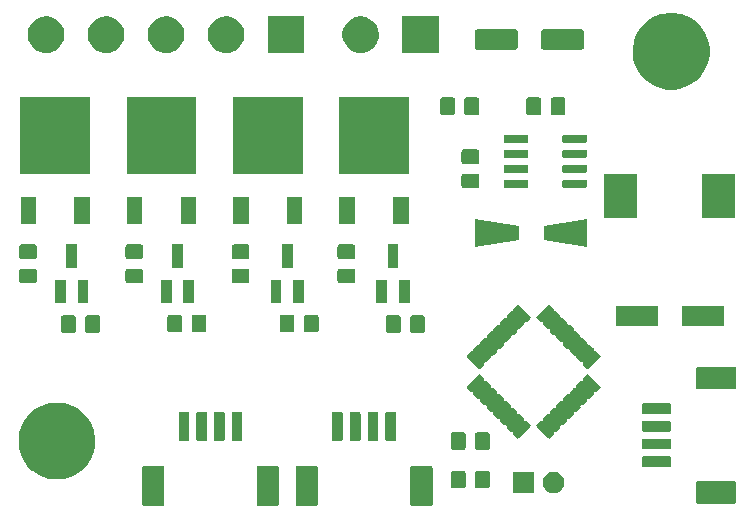
<source format=gbr>
G04 #@! TF.GenerationSoftware,KiCad,Pcbnew,(5.1.5)-3*
G04 #@! TF.CreationDate,2020-11-24T12:16:53+03:00*
G04 #@! TF.ProjectId,fast-pwm,66617374-2d70-4776-9d2e-6b696361645f,rev?*
G04 #@! TF.SameCoordinates,Original*
G04 #@! TF.FileFunction,Soldermask,Top*
G04 #@! TF.FilePolarity,Negative*
%FSLAX46Y46*%
G04 Gerber Fmt 4.6, Leading zero omitted, Abs format (unit mm)*
G04 Created by KiCad (PCBNEW (5.1.5)-3) date 2020-11-24 12:16:53*
%MOMM*%
%LPD*%
G04 APERTURE LIST*
%ADD10C,0.100000*%
G04 APERTURE END LIST*
D10*
G36*
X64660915Y-158102934D02*
G01*
X64693424Y-158112795D01*
X64723382Y-158128809D01*
X64749641Y-158150359D01*
X64771191Y-158176618D01*
X64787205Y-158206576D01*
X64797066Y-158239085D01*
X64801000Y-158279029D01*
X64801000Y-161320971D01*
X64797066Y-161360915D01*
X64787205Y-161393424D01*
X64771191Y-161423382D01*
X64749641Y-161449641D01*
X64723382Y-161471191D01*
X64693424Y-161487205D01*
X64660915Y-161497066D01*
X64620971Y-161501000D01*
X63079029Y-161501000D01*
X63039085Y-161497066D01*
X63006576Y-161487205D01*
X62976618Y-161471191D01*
X62950359Y-161449641D01*
X62928809Y-161423382D01*
X62912795Y-161393424D01*
X62902934Y-161360915D01*
X62899000Y-161320971D01*
X62899000Y-158279029D01*
X62902934Y-158239085D01*
X62912795Y-158206576D01*
X62928809Y-158176618D01*
X62950359Y-158150359D01*
X62976618Y-158128809D01*
X63006576Y-158112795D01*
X63039085Y-158102934D01*
X63079029Y-158099000D01*
X64620971Y-158099000D01*
X64660915Y-158102934D01*
G37*
G36*
X41960915Y-158102934D02*
G01*
X41993424Y-158112795D01*
X42023382Y-158128809D01*
X42049641Y-158150359D01*
X42071191Y-158176618D01*
X42087205Y-158206576D01*
X42097066Y-158239085D01*
X42101000Y-158279029D01*
X42101000Y-161320971D01*
X42097066Y-161360915D01*
X42087205Y-161393424D01*
X42071191Y-161423382D01*
X42049641Y-161449641D01*
X42023382Y-161471191D01*
X41993424Y-161487205D01*
X41960915Y-161497066D01*
X41920971Y-161501000D01*
X40379029Y-161501000D01*
X40339085Y-161497066D01*
X40306576Y-161487205D01*
X40276618Y-161471191D01*
X40250359Y-161449641D01*
X40228809Y-161423382D01*
X40212795Y-161393424D01*
X40202934Y-161360915D01*
X40199000Y-161320971D01*
X40199000Y-158279029D01*
X40202934Y-158239085D01*
X40212795Y-158206576D01*
X40228809Y-158176618D01*
X40250359Y-158150359D01*
X40276618Y-158128809D01*
X40306576Y-158112795D01*
X40339085Y-158102934D01*
X40379029Y-158099000D01*
X41920971Y-158099000D01*
X41960915Y-158102934D01*
G37*
G36*
X51660915Y-158102934D02*
G01*
X51693424Y-158112795D01*
X51723382Y-158128809D01*
X51749641Y-158150359D01*
X51771191Y-158176618D01*
X51787205Y-158206576D01*
X51797066Y-158239085D01*
X51801000Y-158279029D01*
X51801000Y-161320971D01*
X51797066Y-161360915D01*
X51787205Y-161393424D01*
X51771191Y-161423382D01*
X51749641Y-161449641D01*
X51723382Y-161471191D01*
X51693424Y-161487205D01*
X51660915Y-161497066D01*
X51620971Y-161501000D01*
X50079029Y-161501000D01*
X50039085Y-161497066D01*
X50006576Y-161487205D01*
X49976618Y-161471191D01*
X49950359Y-161449641D01*
X49928809Y-161423382D01*
X49912795Y-161393424D01*
X49902934Y-161360915D01*
X49899000Y-161320971D01*
X49899000Y-158279029D01*
X49902934Y-158239085D01*
X49912795Y-158206576D01*
X49928809Y-158176618D01*
X49950359Y-158150359D01*
X49976618Y-158128809D01*
X50006576Y-158112795D01*
X50039085Y-158102934D01*
X50079029Y-158099000D01*
X51620971Y-158099000D01*
X51660915Y-158102934D01*
G37*
G36*
X54960915Y-158102934D02*
G01*
X54993424Y-158112795D01*
X55023382Y-158128809D01*
X55049641Y-158150359D01*
X55071191Y-158176618D01*
X55087205Y-158206576D01*
X55097066Y-158239085D01*
X55101000Y-158279029D01*
X55101000Y-161320971D01*
X55097066Y-161360915D01*
X55087205Y-161393424D01*
X55071191Y-161423382D01*
X55049641Y-161449641D01*
X55023382Y-161471191D01*
X54993424Y-161487205D01*
X54960915Y-161497066D01*
X54920971Y-161501000D01*
X53379029Y-161501000D01*
X53339085Y-161497066D01*
X53306576Y-161487205D01*
X53276618Y-161471191D01*
X53250359Y-161449641D01*
X53228809Y-161423382D01*
X53212795Y-161393424D01*
X53202934Y-161360915D01*
X53199000Y-161320971D01*
X53199000Y-158279029D01*
X53202934Y-158239085D01*
X53212795Y-158206576D01*
X53228809Y-158176618D01*
X53250359Y-158150359D01*
X53276618Y-158128809D01*
X53306576Y-158112795D01*
X53339085Y-158102934D01*
X53379029Y-158099000D01*
X54920971Y-158099000D01*
X54960915Y-158102934D01*
G37*
G36*
X90360915Y-159402934D02*
G01*
X90393424Y-159412795D01*
X90423382Y-159428809D01*
X90449641Y-159450359D01*
X90471191Y-159476618D01*
X90487205Y-159506576D01*
X90497066Y-159539085D01*
X90501000Y-159579029D01*
X90501000Y-161120971D01*
X90497066Y-161160915D01*
X90487205Y-161193424D01*
X90471191Y-161223382D01*
X90449641Y-161249641D01*
X90423382Y-161271191D01*
X90393424Y-161287205D01*
X90360915Y-161297066D01*
X90320971Y-161301000D01*
X87279029Y-161301000D01*
X87239085Y-161297066D01*
X87206576Y-161287205D01*
X87176618Y-161271191D01*
X87150359Y-161249641D01*
X87128809Y-161223382D01*
X87112795Y-161193424D01*
X87102934Y-161160915D01*
X87099000Y-161120971D01*
X87099000Y-159579029D01*
X87102934Y-159539085D01*
X87112795Y-159506576D01*
X87128809Y-159476618D01*
X87150359Y-159450359D01*
X87176618Y-159428809D01*
X87206576Y-159412795D01*
X87239085Y-159402934D01*
X87279029Y-159399000D01*
X90320971Y-159399000D01*
X90360915Y-159402934D01*
G37*
G36*
X73401000Y-160401000D02*
G01*
X71599000Y-160401000D01*
X71599000Y-158599000D01*
X73401000Y-158599000D01*
X73401000Y-160401000D01*
G37*
G36*
X75153512Y-158603927D02*
G01*
X75302812Y-158633624D01*
X75466784Y-158701544D01*
X75614354Y-158800147D01*
X75739853Y-158925646D01*
X75838456Y-159073216D01*
X75906376Y-159237188D01*
X75941000Y-159411259D01*
X75941000Y-159588741D01*
X75906376Y-159762812D01*
X75838456Y-159926784D01*
X75739853Y-160074354D01*
X75614354Y-160199853D01*
X75466784Y-160298456D01*
X75302812Y-160366376D01*
X75153512Y-160396073D01*
X75128742Y-160401000D01*
X74951258Y-160401000D01*
X74926488Y-160396073D01*
X74777188Y-160366376D01*
X74613216Y-160298456D01*
X74465646Y-160199853D01*
X74340147Y-160074354D01*
X74241544Y-159926784D01*
X74173624Y-159762812D01*
X74139000Y-159588741D01*
X74139000Y-159411259D01*
X74173624Y-159237188D01*
X74241544Y-159073216D01*
X74340147Y-158925646D01*
X74465646Y-158800147D01*
X74613216Y-158701544D01*
X74777188Y-158633624D01*
X74926488Y-158603927D01*
X74951258Y-158599000D01*
X75128742Y-158599000D01*
X75153512Y-158603927D01*
G37*
G36*
X67438674Y-158503465D02*
G01*
X67476367Y-158514899D01*
X67511103Y-158533466D01*
X67541548Y-158558452D01*
X67566534Y-158588897D01*
X67585101Y-158623633D01*
X67596535Y-158661326D01*
X67601000Y-158706661D01*
X67601000Y-159793339D01*
X67596535Y-159838674D01*
X67585101Y-159876367D01*
X67566534Y-159911103D01*
X67541548Y-159941548D01*
X67511103Y-159966534D01*
X67476367Y-159985101D01*
X67438674Y-159996535D01*
X67393339Y-160001000D01*
X66556661Y-160001000D01*
X66511326Y-159996535D01*
X66473633Y-159985101D01*
X66438897Y-159966534D01*
X66408452Y-159941548D01*
X66383466Y-159911103D01*
X66364899Y-159876367D01*
X66353465Y-159838674D01*
X66349000Y-159793339D01*
X66349000Y-158706661D01*
X66353465Y-158661326D01*
X66364899Y-158623633D01*
X66383466Y-158588897D01*
X66408452Y-158558452D01*
X66438897Y-158533466D01*
X66473633Y-158514899D01*
X66511326Y-158503465D01*
X66556661Y-158499000D01*
X67393339Y-158499000D01*
X67438674Y-158503465D01*
G37*
G36*
X69488674Y-158503465D02*
G01*
X69526367Y-158514899D01*
X69561103Y-158533466D01*
X69591548Y-158558452D01*
X69616534Y-158588897D01*
X69635101Y-158623633D01*
X69646535Y-158661326D01*
X69651000Y-158706661D01*
X69651000Y-159793339D01*
X69646535Y-159838674D01*
X69635101Y-159876367D01*
X69616534Y-159911103D01*
X69591548Y-159941548D01*
X69561103Y-159966534D01*
X69526367Y-159985101D01*
X69488674Y-159996535D01*
X69443339Y-160001000D01*
X68606661Y-160001000D01*
X68561326Y-159996535D01*
X68523633Y-159985101D01*
X68488897Y-159966534D01*
X68458452Y-159941548D01*
X68433466Y-159911103D01*
X68414899Y-159876367D01*
X68403465Y-159838674D01*
X68399000Y-159793339D01*
X68399000Y-158706661D01*
X68403465Y-158661326D01*
X68414899Y-158623633D01*
X68433466Y-158588897D01*
X68458452Y-158558452D01*
X68488897Y-158533466D01*
X68523633Y-158514899D01*
X68561326Y-158503465D01*
X68606661Y-158499000D01*
X69443339Y-158499000D01*
X69488674Y-158503465D01*
G37*
G36*
X33571563Y-152799000D02*
G01*
X33948282Y-152873934D01*
X34539926Y-153119001D01*
X34829523Y-153312504D01*
X35072391Y-153474783D01*
X35525217Y-153927609D01*
X35592027Y-154027597D01*
X35880999Y-154460074D01*
X36126066Y-155051718D01*
X36172433Y-155284821D01*
X36251000Y-155679803D01*
X36251000Y-156320197D01*
X36208885Y-156531925D01*
X36126066Y-156948282D01*
X35880999Y-157539926D01*
X35633265Y-157910685D01*
X35525217Y-158072391D01*
X35072391Y-158525217D01*
X35022651Y-158558452D01*
X34539926Y-158880999D01*
X33948282Y-159126066D01*
X33634239Y-159188533D01*
X33320197Y-159251000D01*
X32679803Y-159251000D01*
X32365761Y-159188533D01*
X32051718Y-159126066D01*
X31460074Y-158880999D01*
X30977349Y-158558452D01*
X30927609Y-158525217D01*
X30474783Y-158072391D01*
X30366735Y-157910685D01*
X30119001Y-157539926D01*
X29873934Y-156948282D01*
X29791115Y-156531925D01*
X29749000Y-156320197D01*
X29749000Y-155679803D01*
X29827567Y-155284821D01*
X29873934Y-155051718D01*
X30119001Y-154460074D01*
X30407973Y-154027597D01*
X30474783Y-153927609D01*
X30927609Y-153474783D01*
X31170477Y-153312504D01*
X31460074Y-153119001D01*
X32051718Y-152873934D01*
X32428437Y-152799000D01*
X32679803Y-152749000D01*
X33320197Y-152749000D01*
X33571563Y-152799000D01*
G37*
G36*
X84869683Y-157302725D02*
G01*
X84900143Y-157311966D01*
X84928223Y-157326974D01*
X84952831Y-157347169D01*
X84973026Y-157371777D01*
X84988034Y-157399857D01*
X84997275Y-157430317D01*
X85001000Y-157468140D01*
X85001000Y-158031860D01*
X84997275Y-158069683D01*
X84988034Y-158100143D01*
X84973026Y-158128223D01*
X84952831Y-158152831D01*
X84928223Y-158173026D01*
X84900143Y-158188034D01*
X84869683Y-158197275D01*
X84831860Y-158201000D01*
X82668140Y-158201000D01*
X82630317Y-158197275D01*
X82599857Y-158188034D01*
X82571777Y-158173026D01*
X82547169Y-158152831D01*
X82526974Y-158128223D01*
X82511966Y-158100143D01*
X82502725Y-158069683D01*
X82499000Y-158031860D01*
X82499000Y-157468140D01*
X82502725Y-157430317D01*
X82511966Y-157399857D01*
X82526974Y-157371777D01*
X82547169Y-157347169D01*
X82571777Y-157326974D01*
X82599857Y-157311966D01*
X82630317Y-157302725D01*
X82668140Y-157299000D01*
X84831860Y-157299000D01*
X84869683Y-157302725D01*
G37*
G36*
X69488674Y-155253465D02*
G01*
X69526367Y-155264899D01*
X69561103Y-155283466D01*
X69591548Y-155308452D01*
X69616534Y-155338897D01*
X69635101Y-155373633D01*
X69646535Y-155411326D01*
X69651000Y-155456661D01*
X69651000Y-156543339D01*
X69646535Y-156588674D01*
X69635101Y-156626367D01*
X69616534Y-156661103D01*
X69591548Y-156691548D01*
X69561103Y-156716534D01*
X69526367Y-156735101D01*
X69488674Y-156746535D01*
X69443339Y-156751000D01*
X68606661Y-156751000D01*
X68561326Y-156746535D01*
X68523633Y-156735101D01*
X68488897Y-156716534D01*
X68458452Y-156691548D01*
X68433466Y-156661103D01*
X68414899Y-156626367D01*
X68403465Y-156588674D01*
X68399000Y-156543339D01*
X68399000Y-155456661D01*
X68403465Y-155411326D01*
X68414899Y-155373633D01*
X68433466Y-155338897D01*
X68458452Y-155308452D01*
X68488897Y-155283466D01*
X68523633Y-155264899D01*
X68561326Y-155253465D01*
X68606661Y-155249000D01*
X69443339Y-155249000D01*
X69488674Y-155253465D01*
G37*
G36*
X67438674Y-155253465D02*
G01*
X67476367Y-155264899D01*
X67511103Y-155283466D01*
X67541548Y-155308452D01*
X67566534Y-155338897D01*
X67585101Y-155373633D01*
X67596535Y-155411326D01*
X67601000Y-155456661D01*
X67601000Y-156543339D01*
X67596535Y-156588674D01*
X67585101Y-156626367D01*
X67566534Y-156661103D01*
X67541548Y-156691548D01*
X67511103Y-156716534D01*
X67476367Y-156735101D01*
X67438674Y-156746535D01*
X67393339Y-156751000D01*
X66556661Y-156751000D01*
X66511326Y-156746535D01*
X66473633Y-156735101D01*
X66438897Y-156716534D01*
X66408452Y-156691548D01*
X66383466Y-156661103D01*
X66364899Y-156626367D01*
X66353465Y-156588674D01*
X66349000Y-156543339D01*
X66349000Y-155456661D01*
X66353465Y-155411326D01*
X66364899Y-155373633D01*
X66383466Y-155338897D01*
X66408452Y-155308452D01*
X66438897Y-155283466D01*
X66473633Y-155264899D01*
X66511326Y-155253465D01*
X66556661Y-155249000D01*
X67393339Y-155249000D01*
X67438674Y-155253465D01*
G37*
G36*
X84869683Y-155802725D02*
G01*
X84900143Y-155811966D01*
X84928223Y-155826974D01*
X84952831Y-155847169D01*
X84973026Y-155871777D01*
X84988034Y-155899857D01*
X84997275Y-155930317D01*
X85001000Y-155968140D01*
X85001000Y-156531860D01*
X84997275Y-156569683D01*
X84988034Y-156600143D01*
X84973026Y-156628223D01*
X84952831Y-156652831D01*
X84928223Y-156673026D01*
X84900143Y-156688034D01*
X84869683Y-156697275D01*
X84831860Y-156701000D01*
X82668140Y-156701000D01*
X82630317Y-156697275D01*
X82599857Y-156688034D01*
X82571777Y-156673026D01*
X82547169Y-156652831D01*
X82526974Y-156628223D01*
X82511966Y-156600143D01*
X82502725Y-156569683D01*
X82499000Y-156531860D01*
X82499000Y-155968140D01*
X82502725Y-155930317D01*
X82511966Y-155899857D01*
X82526974Y-155871777D01*
X82547169Y-155847169D01*
X82571777Y-155826974D01*
X82599857Y-155811966D01*
X82630317Y-155802725D01*
X82668140Y-155799000D01*
X84831860Y-155799000D01*
X84869683Y-155802725D01*
G37*
G36*
X57069683Y-153502725D02*
G01*
X57100143Y-153511966D01*
X57128223Y-153526974D01*
X57152831Y-153547169D01*
X57173026Y-153571777D01*
X57188034Y-153599857D01*
X57197275Y-153630317D01*
X57201000Y-153668140D01*
X57201000Y-155831860D01*
X57197275Y-155869683D01*
X57188034Y-155900143D01*
X57173026Y-155928223D01*
X57152831Y-155952831D01*
X57128223Y-155973026D01*
X57100143Y-155988034D01*
X57069683Y-155997275D01*
X57031860Y-156001000D01*
X56468140Y-156001000D01*
X56430317Y-155997275D01*
X56399857Y-155988034D01*
X56371777Y-155973026D01*
X56347169Y-155952831D01*
X56326974Y-155928223D01*
X56311966Y-155900143D01*
X56302725Y-155869683D01*
X56299000Y-155831860D01*
X56299000Y-153668140D01*
X56302725Y-153630317D01*
X56311966Y-153599857D01*
X56326974Y-153571777D01*
X56347169Y-153547169D01*
X56371777Y-153526974D01*
X56399857Y-153511966D01*
X56430317Y-153502725D01*
X56468140Y-153499000D01*
X57031860Y-153499000D01*
X57069683Y-153502725D01*
G37*
G36*
X58569683Y-153502725D02*
G01*
X58600143Y-153511966D01*
X58628223Y-153526974D01*
X58652831Y-153547169D01*
X58673026Y-153571777D01*
X58688034Y-153599857D01*
X58697275Y-153630317D01*
X58701000Y-153668140D01*
X58701000Y-155831860D01*
X58697275Y-155869683D01*
X58688034Y-155900143D01*
X58673026Y-155928223D01*
X58652831Y-155952831D01*
X58628223Y-155973026D01*
X58600143Y-155988034D01*
X58569683Y-155997275D01*
X58531860Y-156001000D01*
X57968140Y-156001000D01*
X57930317Y-155997275D01*
X57899857Y-155988034D01*
X57871777Y-155973026D01*
X57847169Y-155952831D01*
X57826974Y-155928223D01*
X57811966Y-155900143D01*
X57802725Y-155869683D01*
X57799000Y-155831860D01*
X57799000Y-153668140D01*
X57802725Y-153630317D01*
X57811966Y-153599857D01*
X57826974Y-153571777D01*
X57847169Y-153547169D01*
X57871777Y-153526974D01*
X57899857Y-153511966D01*
X57930317Y-153502725D01*
X57968140Y-153499000D01*
X58531860Y-153499000D01*
X58569683Y-153502725D01*
G37*
G36*
X60069683Y-153502725D02*
G01*
X60100143Y-153511966D01*
X60128223Y-153526974D01*
X60152831Y-153547169D01*
X60173026Y-153571777D01*
X60188034Y-153599857D01*
X60197275Y-153630317D01*
X60201000Y-153668140D01*
X60201000Y-155831860D01*
X60197275Y-155869683D01*
X60188034Y-155900143D01*
X60173026Y-155928223D01*
X60152831Y-155952831D01*
X60128223Y-155973026D01*
X60100143Y-155988034D01*
X60069683Y-155997275D01*
X60031860Y-156001000D01*
X59468140Y-156001000D01*
X59430317Y-155997275D01*
X59399857Y-155988034D01*
X59371777Y-155973026D01*
X59347169Y-155952831D01*
X59326974Y-155928223D01*
X59311966Y-155900143D01*
X59302725Y-155869683D01*
X59299000Y-155831860D01*
X59299000Y-153668140D01*
X59302725Y-153630317D01*
X59311966Y-153599857D01*
X59326974Y-153571777D01*
X59347169Y-153547169D01*
X59371777Y-153526974D01*
X59399857Y-153511966D01*
X59430317Y-153502725D01*
X59468140Y-153499000D01*
X60031860Y-153499000D01*
X60069683Y-153502725D01*
G37*
G36*
X61569683Y-153502725D02*
G01*
X61600143Y-153511966D01*
X61628223Y-153526974D01*
X61652831Y-153547169D01*
X61673026Y-153571777D01*
X61688034Y-153599857D01*
X61697275Y-153630317D01*
X61701000Y-153668140D01*
X61701000Y-155831860D01*
X61697275Y-155869683D01*
X61688034Y-155900143D01*
X61673026Y-155928223D01*
X61652831Y-155952831D01*
X61628223Y-155973026D01*
X61600143Y-155988034D01*
X61569683Y-155997275D01*
X61531860Y-156001000D01*
X60968140Y-156001000D01*
X60930317Y-155997275D01*
X60899857Y-155988034D01*
X60871777Y-155973026D01*
X60847169Y-155952831D01*
X60826974Y-155928223D01*
X60811966Y-155900143D01*
X60802725Y-155869683D01*
X60799000Y-155831860D01*
X60799000Y-153668140D01*
X60802725Y-153630317D01*
X60811966Y-153599857D01*
X60826974Y-153571777D01*
X60847169Y-153547169D01*
X60871777Y-153526974D01*
X60899857Y-153511966D01*
X60930317Y-153502725D01*
X60968140Y-153499000D01*
X61531860Y-153499000D01*
X61569683Y-153502725D01*
G37*
G36*
X44069683Y-153502725D02*
G01*
X44100143Y-153511966D01*
X44128223Y-153526974D01*
X44152831Y-153547169D01*
X44173026Y-153571777D01*
X44188034Y-153599857D01*
X44197275Y-153630317D01*
X44201000Y-153668140D01*
X44201000Y-155831860D01*
X44197275Y-155869683D01*
X44188034Y-155900143D01*
X44173026Y-155928223D01*
X44152831Y-155952831D01*
X44128223Y-155973026D01*
X44100143Y-155988034D01*
X44069683Y-155997275D01*
X44031860Y-156001000D01*
X43468140Y-156001000D01*
X43430317Y-155997275D01*
X43399857Y-155988034D01*
X43371777Y-155973026D01*
X43347169Y-155952831D01*
X43326974Y-155928223D01*
X43311966Y-155900143D01*
X43302725Y-155869683D01*
X43299000Y-155831860D01*
X43299000Y-153668140D01*
X43302725Y-153630317D01*
X43311966Y-153599857D01*
X43326974Y-153571777D01*
X43347169Y-153547169D01*
X43371777Y-153526974D01*
X43399857Y-153511966D01*
X43430317Y-153502725D01*
X43468140Y-153499000D01*
X44031860Y-153499000D01*
X44069683Y-153502725D01*
G37*
G36*
X48569683Y-153502725D02*
G01*
X48600143Y-153511966D01*
X48628223Y-153526974D01*
X48652831Y-153547169D01*
X48673026Y-153571777D01*
X48688034Y-153599857D01*
X48697275Y-153630317D01*
X48701000Y-153668140D01*
X48701000Y-155831860D01*
X48697275Y-155869683D01*
X48688034Y-155900143D01*
X48673026Y-155928223D01*
X48652831Y-155952831D01*
X48628223Y-155973026D01*
X48600143Y-155988034D01*
X48569683Y-155997275D01*
X48531860Y-156001000D01*
X47968140Y-156001000D01*
X47930317Y-155997275D01*
X47899857Y-155988034D01*
X47871777Y-155973026D01*
X47847169Y-155952831D01*
X47826974Y-155928223D01*
X47811966Y-155900143D01*
X47802725Y-155869683D01*
X47799000Y-155831860D01*
X47799000Y-153668140D01*
X47802725Y-153630317D01*
X47811966Y-153599857D01*
X47826974Y-153571777D01*
X47847169Y-153547169D01*
X47871777Y-153526974D01*
X47899857Y-153511966D01*
X47930317Y-153502725D01*
X47968140Y-153499000D01*
X48531860Y-153499000D01*
X48569683Y-153502725D01*
G37*
G36*
X47069683Y-153502725D02*
G01*
X47100143Y-153511966D01*
X47128223Y-153526974D01*
X47152831Y-153547169D01*
X47173026Y-153571777D01*
X47188034Y-153599857D01*
X47197275Y-153630317D01*
X47201000Y-153668140D01*
X47201000Y-155831860D01*
X47197275Y-155869683D01*
X47188034Y-155900143D01*
X47173026Y-155928223D01*
X47152831Y-155952831D01*
X47128223Y-155973026D01*
X47100143Y-155988034D01*
X47069683Y-155997275D01*
X47031860Y-156001000D01*
X46468140Y-156001000D01*
X46430317Y-155997275D01*
X46399857Y-155988034D01*
X46371777Y-155973026D01*
X46347169Y-155952831D01*
X46326974Y-155928223D01*
X46311966Y-155900143D01*
X46302725Y-155869683D01*
X46299000Y-155831860D01*
X46299000Y-153668140D01*
X46302725Y-153630317D01*
X46311966Y-153599857D01*
X46326974Y-153571777D01*
X46347169Y-153547169D01*
X46371777Y-153526974D01*
X46399857Y-153511966D01*
X46430317Y-153502725D01*
X46468140Y-153499000D01*
X47031860Y-153499000D01*
X47069683Y-153502725D01*
G37*
G36*
X45569683Y-153502725D02*
G01*
X45600143Y-153511966D01*
X45628223Y-153526974D01*
X45652831Y-153547169D01*
X45673026Y-153571777D01*
X45688034Y-153599857D01*
X45697275Y-153630317D01*
X45701000Y-153668140D01*
X45701000Y-155831860D01*
X45697275Y-155869683D01*
X45688034Y-155900143D01*
X45673026Y-155928223D01*
X45652831Y-155952831D01*
X45628223Y-155973026D01*
X45600143Y-155988034D01*
X45569683Y-155997275D01*
X45531860Y-156001000D01*
X44968140Y-156001000D01*
X44930317Y-155997275D01*
X44899857Y-155988034D01*
X44871777Y-155973026D01*
X44847169Y-155952831D01*
X44826974Y-155928223D01*
X44811966Y-155900143D01*
X44802725Y-155869683D01*
X44799000Y-155831860D01*
X44799000Y-153668140D01*
X44802725Y-153630317D01*
X44811966Y-153599857D01*
X44826974Y-153571777D01*
X44847169Y-153547169D01*
X44871777Y-153526974D01*
X44899857Y-153511966D01*
X44930317Y-153502725D01*
X44968140Y-153499000D01*
X45531860Y-153499000D01*
X45569683Y-153502725D01*
G37*
G36*
X68790804Y-150351545D02*
G01*
X68807196Y-150356518D01*
X68822308Y-150364595D01*
X68840317Y-150379375D01*
X68880162Y-150419220D01*
X68880173Y-150419229D01*
X69093013Y-150632069D01*
X69093022Y-150632080D01*
X69132867Y-150671925D01*
X69147647Y-150689934D01*
X69155724Y-150705046D01*
X69160697Y-150721438D01*
X69162376Y-150738489D01*
X69160697Y-150755540D01*
X69158176Y-150763849D01*
X69153395Y-150787882D01*
X69153395Y-150812386D01*
X69158175Y-150836419D01*
X69167552Y-150859058D01*
X69181166Y-150879433D01*
X69198493Y-150896760D01*
X69218867Y-150910374D01*
X69241506Y-150919751D01*
X69265539Y-150924532D01*
X69290043Y-150924532D01*
X69314077Y-150919752D01*
X69322391Y-150917230D01*
X69339439Y-150915551D01*
X69356490Y-150917230D01*
X69372882Y-150922203D01*
X69387994Y-150930280D01*
X69406003Y-150945060D01*
X69445848Y-150984905D01*
X69445859Y-150984914D01*
X69658699Y-151197754D01*
X69658708Y-151197765D01*
X69698553Y-151237610D01*
X69713333Y-151255619D01*
X69721410Y-151270731D01*
X69726383Y-151287123D01*
X69728062Y-151304174D01*
X69726383Y-151321222D01*
X69723861Y-151329536D01*
X69719081Y-151353570D01*
X69719081Y-151378074D01*
X69723862Y-151402107D01*
X69733239Y-151424746D01*
X69746853Y-151445120D01*
X69764180Y-151462447D01*
X69784555Y-151476061D01*
X69807193Y-151485438D01*
X69831227Y-151490218D01*
X69855731Y-151490218D01*
X69879764Y-151485437D01*
X69888073Y-151482916D01*
X69905124Y-151481237D01*
X69922175Y-151482916D01*
X69938567Y-151487889D01*
X69953679Y-151495966D01*
X69971688Y-151510746D01*
X70011533Y-151550591D01*
X70011544Y-151550600D01*
X70224384Y-151763440D01*
X70224393Y-151763451D01*
X70264238Y-151803296D01*
X70279018Y-151821305D01*
X70287095Y-151836417D01*
X70292068Y-151852809D01*
X70293747Y-151869860D01*
X70292068Y-151886911D01*
X70289547Y-151895220D01*
X70284766Y-151919253D01*
X70284766Y-151943757D01*
X70289546Y-151967790D01*
X70298923Y-151990429D01*
X70312537Y-152010804D01*
X70329864Y-152028131D01*
X70350238Y-152041745D01*
X70372877Y-152051122D01*
X70396910Y-152055903D01*
X70421414Y-152055903D01*
X70445449Y-152051122D01*
X70453758Y-152048601D01*
X70470809Y-152046922D01*
X70487860Y-152048601D01*
X70504252Y-152053574D01*
X70519364Y-152061651D01*
X70537373Y-152076431D01*
X70577218Y-152116276D01*
X70577229Y-152116285D01*
X70790069Y-152329125D01*
X70790078Y-152329136D01*
X70829923Y-152368981D01*
X70844703Y-152386990D01*
X70852780Y-152402102D01*
X70857753Y-152418494D01*
X70859432Y-152435545D01*
X70857753Y-152452593D01*
X70855231Y-152460907D01*
X70850451Y-152484941D01*
X70850451Y-152509445D01*
X70855232Y-152533478D01*
X70864609Y-152556117D01*
X70878223Y-152576491D01*
X70895550Y-152593818D01*
X70915925Y-152607432D01*
X70938563Y-152616809D01*
X70962597Y-152621589D01*
X70987101Y-152621589D01*
X71011133Y-152616809D01*
X71019447Y-152614287D01*
X71036495Y-152612608D01*
X71053546Y-152614287D01*
X71069938Y-152619260D01*
X71085050Y-152627337D01*
X71103059Y-152642117D01*
X71142904Y-152681962D01*
X71142915Y-152681971D01*
X71355755Y-152894811D01*
X71355764Y-152894822D01*
X71395609Y-152934667D01*
X71410389Y-152952676D01*
X71418466Y-152967788D01*
X71423439Y-152984180D01*
X71425118Y-153001231D01*
X71423439Y-153018282D01*
X71420918Y-153026591D01*
X71416137Y-153050624D01*
X71416137Y-153075128D01*
X71420917Y-153099161D01*
X71430294Y-153121800D01*
X71443908Y-153142175D01*
X71461235Y-153159502D01*
X71481609Y-153173116D01*
X71504248Y-153182493D01*
X71528281Y-153187274D01*
X71552785Y-153187274D01*
X71576820Y-153182493D01*
X71585129Y-153179972D01*
X71602180Y-153178293D01*
X71619231Y-153179972D01*
X71635623Y-153184945D01*
X71650735Y-153193022D01*
X71668744Y-153207802D01*
X71708589Y-153247647D01*
X71708600Y-153247656D01*
X71921440Y-153460496D01*
X71921449Y-153460507D01*
X71961294Y-153500352D01*
X71976074Y-153518361D01*
X71984151Y-153533473D01*
X71989124Y-153549865D01*
X71990803Y-153566916D01*
X71989124Y-153583967D01*
X71986603Y-153592276D01*
X71981822Y-153616309D01*
X71981822Y-153640813D01*
X71986602Y-153664846D01*
X71995979Y-153687485D01*
X72009593Y-153707860D01*
X72026920Y-153725187D01*
X72047294Y-153738801D01*
X72069933Y-153748178D01*
X72093966Y-153752959D01*
X72118470Y-153752959D01*
X72142504Y-153748179D01*
X72150818Y-153745657D01*
X72167866Y-153743978D01*
X72184917Y-153745657D01*
X72201309Y-153750630D01*
X72216421Y-153758707D01*
X72234430Y-153773487D01*
X72274275Y-153813332D01*
X72274286Y-153813341D01*
X72487126Y-154026181D01*
X72487135Y-154026192D01*
X72526980Y-154066037D01*
X72541760Y-154084046D01*
X72549837Y-154099158D01*
X72554810Y-154115550D01*
X72556489Y-154132601D01*
X72554810Y-154149649D01*
X72552288Y-154157963D01*
X72547508Y-154181997D01*
X72547508Y-154206501D01*
X72552289Y-154230534D01*
X72561666Y-154253173D01*
X72575280Y-154273547D01*
X72592607Y-154290874D01*
X72612982Y-154304488D01*
X72635620Y-154313865D01*
X72659654Y-154318645D01*
X72684158Y-154318645D01*
X72708191Y-154313864D01*
X72716500Y-154311343D01*
X72733551Y-154309664D01*
X72750602Y-154311343D01*
X72766994Y-154316316D01*
X72782106Y-154324393D01*
X72800115Y-154339173D01*
X72839960Y-154379018D01*
X72839971Y-154379027D01*
X73052811Y-154591867D01*
X73052820Y-154591878D01*
X73092665Y-154631723D01*
X73107445Y-154649732D01*
X73115522Y-154664844D01*
X73120495Y-154681236D01*
X73122174Y-154698287D01*
X73120495Y-154715338D01*
X73115522Y-154731730D01*
X73107445Y-154746842D01*
X73092665Y-154764851D01*
X73052820Y-154804696D01*
X73052811Y-154804707D01*
X72132865Y-155724653D01*
X72132854Y-155724662D01*
X72093009Y-155764507D01*
X72075000Y-155779287D01*
X72059888Y-155787364D01*
X72043496Y-155792337D01*
X72026445Y-155794016D01*
X72009394Y-155792337D01*
X71993002Y-155787364D01*
X71977890Y-155779287D01*
X71959881Y-155764507D01*
X71920036Y-155724662D01*
X71920025Y-155724653D01*
X71707185Y-155511813D01*
X71707176Y-155511802D01*
X71667331Y-155471957D01*
X71652551Y-155453948D01*
X71644474Y-155438836D01*
X71639501Y-155422444D01*
X71637822Y-155405393D01*
X71639501Y-155388345D01*
X71642023Y-155380031D01*
X71646803Y-155355997D01*
X71646803Y-155331493D01*
X71642022Y-155307460D01*
X71632645Y-155284821D01*
X71619031Y-155264447D01*
X71601704Y-155247120D01*
X71581329Y-155233506D01*
X71558691Y-155224129D01*
X71534657Y-155219349D01*
X71510153Y-155219349D01*
X71486120Y-155224130D01*
X71477811Y-155226651D01*
X71460760Y-155228330D01*
X71443709Y-155226651D01*
X71427317Y-155221678D01*
X71412205Y-155213601D01*
X71394196Y-155198821D01*
X71354351Y-155158976D01*
X71354340Y-155158967D01*
X71141500Y-154946127D01*
X71141491Y-154946116D01*
X71101646Y-154906271D01*
X71086866Y-154888262D01*
X71078789Y-154873150D01*
X71073816Y-154856758D01*
X71072137Y-154839707D01*
X71073816Y-154822656D01*
X71076337Y-154814347D01*
X71081118Y-154790314D01*
X71081118Y-154765810D01*
X71076338Y-154741777D01*
X71066961Y-154719138D01*
X71053347Y-154698763D01*
X71036020Y-154681436D01*
X71015646Y-154667822D01*
X70993007Y-154658445D01*
X70968974Y-154653664D01*
X70944470Y-154653664D01*
X70920436Y-154658444D01*
X70912122Y-154660966D01*
X70895074Y-154662645D01*
X70878023Y-154660966D01*
X70861631Y-154655993D01*
X70846519Y-154647916D01*
X70828510Y-154633136D01*
X70788665Y-154593291D01*
X70788654Y-154593282D01*
X70575814Y-154380442D01*
X70575805Y-154380431D01*
X70535960Y-154340586D01*
X70521180Y-154322577D01*
X70513103Y-154307465D01*
X70508130Y-154291073D01*
X70506451Y-154274022D01*
X70508130Y-154256971D01*
X70510651Y-154248662D01*
X70515432Y-154224629D01*
X70515432Y-154200125D01*
X70510652Y-154176092D01*
X70501275Y-154153453D01*
X70487661Y-154133078D01*
X70470334Y-154115751D01*
X70449960Y-154102137D01*
X70427321Y-154092760D01*
X70403288Y-154087979D01*
X70378784Y-154087979D01*
X70354749Y-154092760D01*
X70346440Y-154095281D01*
X70329389Y-154096960D01*
X70312338Y-154095281D01*
X70295946Y-154090308D01*
X70280834Y-154082231D01*
X70262825Y-154067451D01*
X70222980Y-154027606D01*
X70222969Y-154027597D01*
X70010129Y-153814757D01*
X70010120Y-153814746D01*
X69970275Y-153774901D01*
X69955495Y-153756892D01*
X69947418Y-153741780D01*
X69942445Y-153725388D01*
X69940766Y-153708337D01*
X69942445Y-153691289D01*
X69944967Y-153682975D01*
X69949747Y-153658941D01*
X69949747Y-153634437D01*
X69944966Y-153610404D01*
X69935589Y-153587765D01*
X69921975Y-153567391D01*
X69904648Y-153550064D01*
X69884273Y-153536450D01*
X69861635Y-153527073D01*
X69837601Y-153522293D01*
X69813097Y-153522293D01*
X69789065Y-153527073D01*
X69780751Y-153529595D01*
X69763703Y-153531274D01*
X69746652Y-153529595D01*
X69730260Y-153524622D01*
X69715148Y-153516545D01*
X69697139Y-153501765D01*
X69657294Y-153461920D01*
X69657283Y-153461911D01*
X69444443Y-153249071D01*
X69444434Y-153249060D01*
X69404589Y-153209215D01*
X69389809Y-153191206D01*
X69381732Y-153176094D01*
X69376759Y-153159702D01*
X69375080Y-153142651D01*
X69376759Y-153125600D01*
X69379280Y-153117291D01*
X69384061Y-153093258D01*
X69384061Y-153068754D01*
X69379281Y-153044721D01*
X69369904Y-153022082D01*
X69356290Y-153001707D01*
X69338963Y-152984380D01*
X69318589Y-152970766D01*
X69295950Y-152961389D01*
X69271917Y-152956608D01*
X69247413Y-152956608D01*
X69223378Y-152961389D01*
X69215069Y-152963910D01*
X69198018Y-152965589D01*
X69180967Y-152963910D01*
X69164575Y-152958937D01*
X69149463Y-152950860D01*
X69131454Y-152936080D01*
X69091609Y-152896235D01*
X69091598Y-152896226D01*
X68878758Y-152683386D01*
X68878749Y-152683375D01*
X68838904Y-152643530D01*
X68824124Y-152625521D01*
X68816047Y-152610409D01*
X68811074Y-152594017D01*
X68809395Y-152576966D01*
X68811074Y-152559918D01*
X68813596Y-152551604D01*
X68818376Y-152527570D01*
X68818376Y-152503066D01*
X68813595Y-152479033D01*
X68804218Y-152456394D01*
X68790604Y-152436020D01*
X68773277Y-152418693D01*
X68752902Y-152405079D01*
X68730264Y-152395702D01*
X68706230Y-152390922D01*
X68681726Y-152390922D01*
X68657693Y-152395703D01*
X68649384Y-152398224D01*
X68632333Y-152399903D01*
X68615282Y-152398224D01*
X68598890Y-152393251D01*
X68583778Y-152385174D01*
X68565769Y-152370394D01*
X68525924Y-152330549D01*
X68525913Y-152330540D01*
X68313073Y-152117700D01*
X68313064Y-152117689D01*
X68273219Y-152077844D01*
X68258439Y-152059835D01*
X68250362Y-152044723D01*
X68245389Y-152028331D01*
X68243710Y-152011280D01*
X68245389Y-151994229D01*
X68247910Y-151985920D01*
X68252691Y-151961887D01*
X68252691Y-151937383D01*
X68247911Y-151913350D01*
X68238534Y-151890711D01*
X68224920Y-151870336D01*
X68207593Y-151853009D01*
X68187219Y-151839395D01*
X68164580Y-151830018D01*
X68140547Y-151825237D01*
X68116043Y-151825237D01*
X68092009Y-151830017D01*
X68083695Y-151832539D01*
X68066647Y-151834218D01*
X68049596Y-151832539D01*
X68033204Y-151827566D01*
X68018092Y-151819489D01*
X68000083Y-151804709D01*
X67960238Y-151764864D01*
X67960227Y-151764855D01*
X67747387Y-151552015D01*
X67747378Y-151552004D01*
X67707533Y-151512159D01*
X67692753Y-151494150D01*
X67684676Y-151479038D01*
X67679703Y-151462646D01*
X67678024Y-151445595D01*
X67679703Y-151428544D01*
X67684676Y-151412152D01*
X67692753Y-151397040D01*
X67707533Y-151379031D01*
X67747378Y-151339186D01*
X67747387Y-151339175D01*
X68667333Y-150419229D01*
X68667344Y-150419220D01*
X68707189Y-150379375D01*
X68725198Y-150364595D01*
X68740310Y-150356518D01*
X68756702Y-150351545D01*
X68773753Y-150349866D01*
X68790804Y-150351545D01*
G37*
G36*
X77947838Y-150351545D02*
G01*
X77964230Y-150356518D01*
X77979342Y-150364595D01*
X77997351Y-150379375D01*
X78037196Y-150419220D01*
X78037207Y-150419229D01*
X78957153Y-151339175D01*
X78957162Y-151339186D01*
X78997007Y-151379031D01*
X79011787Y-151397040D01*
X79019864Y-151412152D01*
X79024837Y-151428544D01*
X79026516Y-151445595D01*
X79024837Y-151462646D01*
X79019864Y-151479038D01*
X79011787Y-151494150D01*
X78997007Y-151512159D01*
X78957162Y-151552004D01*
X78957153Y-151552015D01*
X78744313Y-151764855D01*
X78744302Y-151764864D01*
X78704457Y-151804709D01*
X78686448Y-151819489D01*
X78671336Y-151827566D01*
X78654944Y-151832539D01*
X78637893Y-151834218D01*
X78620845Y-151832539D01*
X78612531Y-151830017D01*
X78588497Y-151825237D01*
X78563993Y-151825237D01*
X78539960Y-151830018D01*
X78517321Y-151839395D01*
X78496947Y-151853009D01*
X78479620Y-151870336D01*
X78466006Y-151890711D01*
X78456629Y-151913349D01*
X78451849Y-151937383D01*
X78451849Y-151961887D01*
X78456630Y-151985920D01*
X78459151Y-151994229D01*
X78460830Y-152011280D01*
X78459151Y-152028331D01*
X78454178Y-152044723D01*
X78446101Y-152059835D01*
X78431321Y-152077844D01*
X78391476Y-152117689D01*
X78391467Y-152117700D01*
X78178627Y-152330540D01*
X78178616Y-152330549D01*
X78138771Y-152370394D01*
X78120762Y-152385174D01*
X78105650Y-152393251D01*
X78089258Y-152398224D01*
X78072207Y-152399903D01*
X78055156Y-152398224D01*
X78046847Y-152395703D01*
X78022814Y-152390922D01*
X77998310Y-152390922D01*
X77974277Y-152395702D01*
X77951638Y-152405079D01*
X77931263Y-152418693D01*
X77913936Y-152436020D01*
X77900322Y-152456394D01*
X77890945Y-152479033D01*
X77886164Y-152503066D01*
X77886164Y-152527570D01*
X77890944Y-152551604D01*
X77893466Y-152559918D01*
X77895145Y-152576966D01*
X77893466Y-152594017D01*
X77888493Y-152610409D01*
X77880416Y-152625521D01*
X77865636Y-152643530D01*
X77825791Y-152683375D01*
X77825782Y-152683386D01*
X77612942Y-152896226D01*
X77612931Y-152896235D01*
X77573086Y-152936080D01*
X77555077Y-152950860D01*
X77539965Y-152958937D01*
X77523573Y-152963910D01*
X77506522Y-152965589D01*
X77489471Y-152963910D01*
X77481162Y-152961389D01*
X77457129Y-152956608D01*
X77432625Y-152956608D01*
X77408592Y-152961388D01*
X77385953Y-152970765D01*
X77365578Y-152984379D01*
X77348251Y-153001706D01*
X77334637Y-153022080D01*
X77325260Y-153044719D01*
X77320479Y-153068752D01*
X77320479Y-153093256D01*
X77325260Y-153117291D01*
X77327781Y-153125600D01*
X77329460Y-153142651D01*
X77327781Y-153159702D01*
X77322808Y-153176094D01*
X77314731Y-153191206D01*
X77299951Y-153209215D01*
X77260106Y-153249060D01*
X77260097Y-153249071D01*
X77047257Y-153461911D01*
X77047246Y-153461920D01*
X77007401Y-153501765D01*
X76989392Y-153516545D01*
X76974280Y-153524622D01*
X76957888Y-153529595D01*
X76940837Y-153531274D01*
X76923789Y-153529595D01*
X76915475Y-153527073D01*
X76891441Y-153522293D01*
X76866937Y-153522293D01*
X76842904Y-153527074D01*
X76820265Y-153536451D01*
X76799891Y-153550065D01*
X76782564Y-153567392D01*
X76768950Y-153587767D01*
X76759573Y-153610405D01*
X76754793Y-153634439D01*
X76754793Y-153658943D01*
X76759573Y-153682975D01*
X76762095Y-153691289D01*
X76763774Y-153708337D01*
X76762095Y-153725388D01*
X76757122Y-153741780D01*
X76749045Y-153756892D01*
X76734265Y-153774901D01*
X76694420Y-153814746D01*
X76694411Y-153814757D01*
X76481571Y-154027597D01*
X76481560Y-154027606D01*
X76441715Y-154067451D01*
X76423706Y-154082231D01*
X76408594Y-154090308D01*
X76392202Y-154095281D01*
X76375151Y-154096960D01*
X76358100Y-154095281D01*
X76349791Y-154092760D01*
X76325758Y-154087979D01*
X76301254Y-154087979D01*
X76277221Y-154092759D01*
X76254582Y-154102136D01*
X76234207Y-154115750D01*
X76216880Y-154133077D01*
X76203266Y-154153451D01*
X76193889Y-154176090D01*
X76189108Y-154200123D01*
X76189108Y-154224627D01*
X76193889Y-154248662D01*
X76196410Y-154256971D01*
X76198089Y-154274022D01*
X76196410Y-154291073D01*
X76191437Y-154307465D01*
X76183360Y-154322577D01*
X76168580Y-154340586D01*
X76128735Y-154380431D01*
X76128726Y-154380442D01*
X75915886Y-154593282D01*
X75915875Y-154593291D01*
X75876030Y-154633136D01*
X75858021Y-154647916D01*
X75842909Y-154655993D01*
X75826517Y-154660966D01*
X75809466Y-154662645D01*
X75792418Y-154660966D01*
X75784104Y-154658444D01*
X75760070Y-154653664D01*
X75735566Y-154653664D01*
X75711533Y-154658445D01*
X75688894Y-154667822D01*
X75668520Y-154681436D01*
X75651193Y-154698763D01*
X75637579Y-154719138D01*
X75628202Y-154741776D01*
X75623422Y-154765810D01*
X75623422Y-154790314D01*
X75628203Y-154814347D01*
X75630724Y-154822656D01*
X75632403Y-154839707D01*
X75630724Y-154856758D01*
X75625751Y-154873150D01*
X75617674Y-154888262D01*
X75602894Y-154906271D01*
X75563049Y-154946116D01*
X75563040Y-154946127D01*
X75350200Y-155158967D01*
X75350189Y-155158976D01*
X75310344Y-155198821D01*
X75292335Y-155213601D01*
X75277223Y-155221678D01*
X75260831Y-155226651D01*
X75243780Y-155228330D01*
X75226729Y-155226651D01*
X75218420Y-155224130D01*
X75194387Y-155219349D01*
X75169883Y-155219349D01*
X75145850Y-155224129D01*
X75123211Y-155233506D01*
X75102836Y-155247120D01*
X75085509Y-155264447D01*
X75071895Y-155284821D01*
X75062518Y-155307460D01*
X75057737Y-155331493D01*
X75057737Y-155355997D01*
X75062517Y-155380031D01*
X75065039Y-155388345D01*
X75066718Y-155405393D01*
X75065039Y-155422444D01*
X75060066Y-155438836D01*
X75051989Y-155453948D01*
X75037209Y-155471957D01*
X74997364Y-155511802D01*
X74997355Y-155511813D01*
X74784515Y-155724653D01*
X74784504Y-155724662D01*
X74744659Y-155764507D01*
X74726650Y-155779287D01*
X74711538Y-155787364D01*
X74695146Y-155792337D01*
X74678095Y-155794016D01*
X74661044Y-155792337D01*
X74644652Y-155787364D01*
X74629540Y-155779287D01*
X74611531Y-155764507D01*
X74571686Y-155724662D01*
X74571675Y-155724653D01*
X73651729Y-154804707D01*
X73651720Y-154804696D01*
X73611875Y-154764851D01*
X73597095Y-154746842D01*
X73589018Y-154731730D01*
X73584045Y-154715338D01*
X73582366Y-154698287D01*
X73584045Y-154681236D01*
X73589018Y-154664844D01*
X73597095Y-154649732D01*
X73611875Y-154631723D01*
X73651720Y-154591878D01*
X73651729Y-154591867D01*
X73864569Y-154379027D01*
X73864580Y-154379018D01*
X73904425Y-154339173D01*
X73922434Y-154324393D01*
X73937546Y-154316316D01*
X73953938Y-154311343D01*
X73970989Y-154309664D01*
X73988040Y-154311343D01*
X73996349Y-154313864D01*
X74020382Y-154318645D01*
X74044886Y-154318645D01*
X74068919Y-154313865D01*
X74091558Y-154304488D01*
X74111933Y-154290874D01*
X74129260Y-154273547D01*
X74142874Y-154253173D01*
X74152251Y-154230534D01*
X74157032Y-154206501D01*
X74157032Y-154181997D01*
X74152252Y-154157963D01*
X74149730Y-154149649D01*
X74148051Y-154132601D01*
X74149730Y-154115550D01*
X74154703Y-154099158D01*
X74162780Y-154084046D01*
X74177560Y-154066037D01*
X74217405Y-154026192D01*
X74217414Y-154026181D01*
X74430254Y-153813341D01*
X74430265Y-153813332D01*
X74470110Y-153773487D01*
X74488119Y-153758707D01*
X74503231Y-153750630D01*
X74519623Y-153745657D01*
X74536674Y-153743978D01*
X74553722Y-153745657D01*
X74562036Y-153748179D01*
X74586070Y-153752959D01*
X74610574Y-153752959D01*
X74634607Y-153748178D01*
X74657246Y-153738801D01*
X74677620Y-153725187D01*
X74694947Y-153707860D01*
X74708561Y-153687485D01*
X74717938Y-153664847D01*
X74722718Y-153640813D01*
X74722718Y-153616309D01*
X74717937Y-153592276D01*
X74715416Y-153583967D01*
X74713737Y-153566916D01*
X74715416Y-153549865D01*
X74720389Y-153533473D01*
X74728466Y-153518361D01*
X74743246Y-153500352D01*
X74783091Y-153460507D01*
X74783100Y-153460496D01*
X74995940Y-153247656D01*
X74995951Y-153247647D01*
X75035796Y-153207802D01*
X75053805Y-153193022D01*
X75068917Y-153184945D01*
X75085309Y-153179972D01*
X75102360Y-153178293D01*
X75119411Y-153179972D01*
X75127720Y-153182493D01*
X75151753Y-153187274D01*
X75176257Y-153187274D01*
X75200290Y-153182494D01*
X75222929Y-153173117D01*
X75243304Y-153159503D01*
X75260631Y-153142176D01*
X75274245Y-153121802D01*
X75283622Y-153099163D01*
X75288403Y-153075130D01*
X75288403Y-153050626D01*
X75283622Y-153026591D01*
X75281101Y-153018282D01*
X75279422Y-153001231D01*
X75281101Y-152984180D01*
X75286074Y-152967788D01*
X75294151Y-152952676D01*
X75308931Y-152934667D01*
X75348776Y-152894822D01*
X75348785Y-152894811D01*
X75561625Y-152681971D01*
X75561636Y-152681962D01*
X75601481Y-152642117D01*
X75619490Y-152627337D01*
X75634602Y-152619260D01*
X75650994Y-152614287D01*
X75668045Y-152612608D01*
X75685093Y-152614287D01*
X75693407Y-152616809D01*
X75717441Y-152621589D01*
X75741945Y-152621589D01*
X75765978Y-152616808D01*
X75788617Y-152607431D01*
X75808991Y-152593817D01*
X75826318Y-152576490D01*
X75839932Y-152556115D01*
X75849309Y-152533477D01*
X75854089Y-152509443D01*
X75854089Y-152484939D01*
X75849309Y-152460907D01*
X75846787Y-152452593D01*
X75845108Y-152435545D01*
X75846787Y-152418494D01*
X75851760Y-152402102D01*
X75859837Y-152386990D01*
X75874617Y-152368981D01*
X75914462Y-152329136D01*
X75914471Y-152329125D01*
X76127311Y-152116285D01*
X76127322Y-152116276D01*
X76167167Y-152076431D01*
X76185176Y-152061651D01*
X76200288Y-152053574D01*
X76216680Y-152048601D01*
X76233731Y-152046922D01*
X76250782Y-152048601D01*
X76259091Y-152051122D01*
X76283124Y-152055903D01*
X76307628Y-152055903D01*
X76331661Y-152051123D01*
X76354300Y-152041746D01*
X76374675Y-152028132D01*
X76392002Y-152010805D01*
X76405616Y-151990431D01*
X76414993Y-151967792D01*
X76419774Y-151943759D01*
X76419774Y-151919255D01*
X76414993Y-151895220D01*
X76412472Y-151886911D01*
X76410793Y-151869860D01*
X76412472Y-151852809D01*
X76417445Y-151836417D01*
X76425522Y-151821305D01*
X76440302Y-151803296D01*
X76480147Y-151763451D01*
X76480156Y-151763440D01*
X76692996Y-151550600D01*
X76693007Y-151550591D01*
X76732852Y-151510746D01*
X76750861Y-151495966D01*
X76765973Y-151487889D01*
X76782365Y-151482916D01*
X76799416Y-151481237D01*
X76816467Y-151482916D01*
X76824776Y-151485437D01*
X76848809Y-151490218D01*
X76873313Y-151490218D01*
X76897346Y-151485438D01*
X76919985Y-151476061D01*
X76940360Y-151462447D01*
X76957687Y-151445120D01*
X76971301Y-151424746D01*
X76980678Y-151402107D01*
X76985459Y-151378074D01*
X76985459Y-151353570D01*
X76980679Y-151329536D01*
X76978157Y-151321222D01*
X76976478Y-151304174D01*
X76978157Y-151287123D01*
X76983130Y-151270731D01*
X76991207Y-151255619D01*
X77005987Y-151237610D01*
X77045832Y-151197765D01*
X77045841Y-151197754D01*
X77258681Y-150984914D01*
X77258692Y-150984905D01*
X77298537Y-150945060D01*
X77316546Y-150930280D01*
X77331658Y-150922203D01*
X77348050Y-150917230D01*
X77365101Y-150915551D01*
X77382149Y-150917230D01*
X77390463Y-150919752D01*
X77414497Y-150924532D01*
X77439001Y-150924532D01*
X77463034Y-150919751D01*
X77485673Y-150910374D01*
X77506047Y-150896760D01*
X77523374Y-150879433D01*
X77536988Y-150859058D01*
X77546365Y-150836420D01*
X77551145Y-150812386D01*
X77551145Y-150787882D01*
X77546364Y-150763849D01*
X77543843Y-150755540D01*
X77542164Y-150738489D01*
X77543843Y-150721438D01*
X77548816Y-150705046D01*
X77556893Y-150689934D01*
X77571673Y-150671925D01*
X77611518Y-150632080D01*
X77611527Y-150632069D01*
X77824367Y-150419229D01*
X77824378Y-150419220D01*
X77864223Y-150379375D01*
X77882232Y-150364595D01*
X77897344Y-150356518D01*
X77913736Y-150351545D01*
X77930787Y-150349866D01*
X77947838Y-150351545D01*
G37*
G36*
X84869683Y-154302725D02*
G01*
X84900143Y-154311966D01*
X84928223Y-154326974D01*
X84952831Y-154347169D01*
X84973026Y-154371777D01*
X84988034Y-154399857D01*
X84997275Y-154430317D01*
X85001000Y-154468140D01*
X85001000Y-155031860D01*
X84997275Y-155069683D01*
X84988034Y-155100143D01*
X84973026Y-155128223D01*
X84952831Y-155152831D01*
X84928223Y-155173026D01*
X84900143Y-155188034D01*
X84869683Y-155197275D01*
X84831860Y-155201000D01*
X82668140Y-155201000D01*
X82630317Y-155197275D01*
X82599857Y-155188034D01*
X82571777Y-155173026D01*
X82547169Y-155152831D01*
X82526974Y-155128223D01*
X82511966Y-155100143D01*
X82502725Y-155069683D01*
X82499000Y-155031860D01*
X82499000Y-154468140D01*
X82502725Y-154430317D01*
X82511966Y-154399857D01*
X82526974Y-154371777D01*
X82547169Y-154347169D01*
X82571777Y-154326974D01*
X82599857Y-154311966D01*
X82630317Y-154302725D01*
X82668140Y-154299000D01*
X84831860Y-154299000D01*
X84869683Y-154302725D01*
G37*
G36*
X84869683Y-152802725D02*
G01*
X84900143Y-152811966D01*
X84928223Y-152826974D01*
X84952831Y-152847169D01*
X84973026Y-152871777D01*
X84988034Y-152899857D01*
X84997275Y-152930317D01*
X85001000Y-152968140D01*
X85001000Y-153531860D01*
X84997275Y-153569683D01*
X84988034Y-153600143D01*
X84973026Y-153628223D01*
X84952831Y-153652831D01*
X84928223Y-153673026D01*
X84900143Y-153688034D01*
X84869683Y-153697275D01*
X84831860Y-153701000D01*
X82668140Y-153701000D01*
X82630317Y-153697275D01*
X82599857Y-153688034D01*
X82571777Y-153673026D01*
X82547169Y-153652831D01*
X82526974Y-153628223D01*
X82511966Y-153600143D01*
X82502725Y-153569683D01*
X82499000Y-153531860D01*
X82499000Y-152968140D01*
X82502725Y-152930317D01*
X82511966Y-152899857D01*
X82526974Y-152871777D01*
X82547169Y-152847169D01*
X82571777Y-152826974D01*
X82599857Y-152811966D01*
X82630317Y-152802725D01*
X82668140Y-152799000D01*
X84831860Y-152799000D01*
X84869683Y-152802725D01*
G37*
G36*
X90360915Y-149702934D02*
G01*
X90393424Y-149712795D01*
X90423382Y-149728809D01*
X90449641Y-149750359D01*
X90471191Y-149776618D01*
X90487205Y-149806576D01*
X90497066Y-149839085D01*
X90501000Y-149879029D01*
X90501000Y-151420971D01*
X90497066Y-151460915D01*
X90487205Y-151493424D01*
X90471191Y-151523382D01*
X90449641Y-151549641D01*
X90423382Y-151571191D01*
X90393424Y-151587205D01*
X90360915Y-151597066D01*
X90320971Y-151601000D01*
X87279029Y-151601000D01*
X87239085Y-151597066D01*
X87206576Y-151587205D01*
X87176618Y-151571191D01*
X87150359Y-151549641D01*
X87128809Y-151523382D01*
X87112795Y-151493424D01*
X87102934Y-151460915D01*
X87099000Y-151420971D01*
X87099000Y-149879029D01*
X87102934Y-149839085D01*
X87112795Y-149806576D01*
X87128809Y-149776618D01*
X87150359Y-149750359D01*
X87176618Y-149728809D01*
X87206576Y-149712795D01*
X87239085Y-149702934D01*
X87279029Y-149699000D01*
X90320971Y-149699000D01*
X90360915Y-149702934D01*
G37*
G36*
X72043496Y-144447203D02*
G01*
X72059888Y-144452176D01*
X72075000Y-144460253D01*
X72093009Y-144475033D01*
X72132854Y-144514878D01*
X72132865Y-144514887D01*
X73052811Y-145434833D01*
X73052820Y-145434844D01*
X73092665Y-145474689D01*
X73107445Y-145492698D01*
X73115522Y-145507810D01*
X73120495Y-145524202D01*
X73122174Y-145541253D01*
X73120495Y-145558304D01*
X73115522Y-145574696D01*
X73107445Y-145589808D01*
X73092665Y-145607817D01*
X73052820Y-145647662D01*
X73052811Y-145647673D01*
X72839971Y-145860513D01*
X72839960Y-145860522D01*
X72800115Y-145900367D01*
X72782106Y-145915147D01*
X72766994Y-145923224D01*
X72750602Y-145928197D01*
X72733551Y-145929876D01*
X72716500Y-145928197D01*
X72708191Y-145925676D01*
X72684158Y-145920895D01*
X72659654Y-145920895D01*
X72635621Y-145925675D01*
X72612982Y-145935052D01*
X72592607Y-145948666D01*
X72575280Y-145965993D01*
X72561666Y-145986367D01*
X72552289Y-146009006D01*
X72547508Y-146033039D01*
X72547508Y-146057543D01*
X72552288Y-146081577D01*
X72554810Y-146089891D01*
X72556489Y-146106939D01*
X72554810Y-146123990D01*
X72549837Y-146140382D01*
X72541760Y-146155494D01*
X72526980Y-146173503D01*
X72487135Y-146213348D01*
X72487126Y-146213359D01*
X72274286Y-146426199D01*
X72274275Y-146426208D01*
X72234430Y-146466053D01*
X72216421Y-146480833D01*
X72201309Y-146488910D01*
X72184917Y-146493883D01*
X72167866Y-146495562D01*
X72150818Y-146493883D01*
X72142504Y-146491361D01*
X72118470Y-146486581D01*
X72093966Y-146486581D01*
X72069933Y-146491362D01*
X72047294Y-146500739D01*
X72026920Y-146514353D01*
X72009593Y-146531680D01*
X71995979Y-146552055D01*
X71986602Y-146574693D01*
X71981822Y-146598727D01*
X71981822Y-146623231D01*
X71986603Y-146647264D01*
X71989124Y-146655573D01*
X71990803Y-146672624D01*
X71989124Y-146689675D01*
X71984151Y-146706067D01*
X71976074Y-146721179D01*
X71961294Y-146739188D01*
X71921449Y-146779033D01*
X71921440Y-146779044D01*
X71708600Y-146991884D01*
X71708589Y-146991893D01*
X71668744Y-147031738D01*
X71650735Y-147046518D01*
X71635623Y-147054595D01*
X71619231Y-147059568D01*
X71602180Y-147061247D01*
X71585129Y-147059568D01*
X71576820Y-147057047D01*
X71552787Y-147052266D01*
X71528283Y-147052266D01*
X71504250Y-147057046D01*
X71481611Y-147066423D01*
X71461236Y-147080037D01*
X71443909Y-147097364D01*
X71430295Y-147117738D01*
X71420918Y-147140377D01*
X71416137Y-147164410D01*
X71416137Y-147188914D01*
X71420918Y-147212949D01*
X71423439Y-147221258D01*
X71425118Y-147238309D01*
X71423439Y-147255360D01*
X71418466Y-147271752D01*
X71410389Y-147286864D01*
X71395609Y-147304873D01*
X71355764Y-147344718D01*
X71355755Y-147344729D01*
X71142915Y-147557569D01*
X71142904Y-147557578D01*
X71103059Y-147597423D01*
X71085050Y-147612203D01*
X71069938Y-147620280D01*
X71053546Y-147625253D01*
X71036495Y-147626932D01*
X71019447Y-147625253D01*
X71011133Y-147622731D01*
X70987099Y-147617951D01*
X70962595Y-147617951D01*
X70938562Y-147622732D01*
X70915923Y-147632109D01*
X70895549Y-147645723D01*
X70878222Y-147663050D01*
X70864608Y-147683425D01*
X70855231Y-147706063D01*
X70850451Y-147730097D01*
X70850451Y-147754601D01*
X70855231Y-147778633D01*
X70857753Y-147786947D01*
X70859432Y-147803995D01*
X70857753Y-147821046D01*
X70852780Y-147837438D01*
X70844703Y-147852550D01*
X70829923Y-147870559D01*
X70790078Y-147910404D01*
X70790069Y-147910415D01*
X70577229Y-148123255D01*
X70577218Y-148123264D01*
X70537373Y-148163109D01*
X70519364Y-148177889D01*
X70504252Y-148185966D01*
X70487860Y-148190939D01*
X70470809Y-148192618D01*
X70453758Y-148190939D01*
X70445449Y-148188418D01*
X70421416Y-148183637D01*
X70396912Y-148183637D01*
X70372879Y-148188417D01*
X70350240Y-148197794D01*
X70329865Y-148211408D01*
X70312538Y-148228735D01*
X70298924Y-148249109D01*
X70289547Y-148271748D01*
X70284766Y-148295781D01*
X70284766Y-148320285D01*
X70289547Y-148344320D01*
X70292068Y-148352629D01*
X70293747Y-148369680D01*
X70292068Y-148386731D01*
X70287095Y-148403123D01*
X70279018Y-148418235D01*
X70264238Y-148436244D01*
X70224393Y-148476089D01*
X70224384Y-148476100D01*
X70011544Y-148688940D01*
X70011533Y-148688949D01*
X69971688Y-148728794D01*
X69953679Y-148743574D01*
X69938567Y-148751651D01*
X69922175Y-148756624D01*
X69905124Y-148758303D01*
X69888073Y-148756624D01*
X69879764Y-148754103D01*
X69855731Y-148749322D01*
X69831227Y-148749322D01*
X69807194Y-148754102D01*
X69784555Y-148763479D01*
X69764180Y-148777093D01*
X69746853Y-148794420D01*
X69733239Y-148814794D01*
X69723862Y-148837433D01*
X69719081Y-148861466D01*
X69719081Y-148885970D01*
X69723861Y-148910004D01*
X69726383Y-148918318D01*
X69728062Y-148935366D01*
X69726383Y-148952417D01*
X69721410Y-148968809D01*
X69713333Y-148983921D01*
X69698553Y-149001930D01*
X69658708Y-149041775D01*
X69658699Y-149041786D01*
X69445859Y-149254626D01*
X69445848Y-149254635D01*
X69406003Y-149294480D01*
X69387994Y-149309260D01*
X69372882Y-149317337D01*
X69356490Y-149322310D01*
X69339439Y-149323989D01*
X69322391Y-149322310D01*
X69314077Y-149319788D01*
X69290043Y-149315008D01*
X69265539Y-149315008D01*
X69241506Y-149319789D01*
X69218867Y-149329166D01*
X69198493Y-149342780D01*
X69181166Y-149360107D01*
X69167552Y-149380482D01*
X69158175Y-149403120D01*
X69153395Y-149427154D01*
X69153395Y-149451658D01*
X69158176Y-149475691D01*
X69160697Y-149484000D01*
X69162376Y-149501051D01*
X69160697Y-149518102D01*
X69155724Y-149534494D01*
X69147647Y-149549606D01*
X69132867Y-149567615D01*
X69093022Y-149607460D01*
X69093013Y-149607471D01*
X68880173Y-149820311D01*
X68880162Y-149820320D01*
X68840317Y-149860165D01*
X68822308Y-149874945D01*
X68807196Y-149883022D01*
X68790804Y-149887995D01*
X68773753Y-149889674D01*
X68756702Y-149887995D01*
X68740310Y-149883022D01*
X68725198Y-149874945D01*
X68707189Y-149860165D01*
X68667344Y-149820320D01*
X68667333Y-149820311D01*
X67747387Y-148900365D01*
X67747378Y-148900354D01*
X67707533Y-148860509D01*
X67692753Y-148842500D01*
X67684676Y-148827388D01*
X67679703Y-148810996D01*
X67678024Y-148793945D01*
X67679703Y-148776894D01*
X67684676Y-148760502D01*
X67692753Y-148745390D01*
X67707533Y-148727381D01*
X67747378Y-148687536D01*
X67747387Y-148687525D01*
X67960227Y-148474685D01*
X67960238Y-148474676D01*
X68000083Y-148434831D01*
X68018092Y-148420051D01*
X68033204Y-148411974D01*
X68049596Y-148407001D01*
X68066647Y-148405322D01*
X68083695Y-148407001D01*
X68092009Y-148409523D01*
X68116043Y-148414303D01*
X68140547Y-148414303D01*
X68164580Y-148409522D01*
X68187219Y-148400145D01*
X68207593Y-148386531D01*
X68224920Y-148369204D01*
X68238534Y-148348829D01*
X68247911Y-148326191D01*
X68252691Y-148302157D01*
X68252691Y-148277653D01*
X68247910Y-148253620D01*
X68245389Y-148245311D01*
X68243710Y-148228260D01*
X68245389Y-148211209D01*
X68250362Y-148194817D01*
X68258439Y-148179705D01*
X68273219Y-148161696D01*
X68313064Y-148121851D01*
X68313073Y-148121840D01*
X68525913Y-147909000D01*
X68525924Y-147908991D01*
X68565769Y-147869146D01*
X68583778Y-147854366D01*
X68598890Y-147846289D01*
X68615282Y-147841316D01*
X68632333Y-147839637D01*
X68649384Y-147841316D01*
X68657693Y-147843837D01*
X68681726Y-147848618D01*
X68706230Y-147848618D01*
X68730263Y-147843838D01*
X68752902Y-147834461D01*
X68773277Y-147820847D01*
X68790604Y-147803520D01*
X68804218Y-147783146D01*
X68813595Y-147760507D01*
X68818376Y-147736474D01*
X68818376Y-147711970D01*
X68813596Y-147687936D01*
X68811074Y-147679622D01*
X68809395Y-147662574D01*
X68811074Y-147645523D01*
X68816047Y-147629131D01*
X68824124Y-147614019D01*
X68838904Y-147596010D01*
X68878749Y-147556165D01*
X68878758Y-147556154D01*
X69091598Y-147343314D01*
X69091609Y-147343305D01*
X69131454Y-147303460D01*
X69149463Y-147288680D01*
X69164575Y-147280603D01*
X69180967Y-147275630D01*
X69198018Y-147273951D01*
X69215069Y-147275630D01*
X69223378Y-147278151D01*
X69247411Y-147282932D01*
X69271915Y-147282932D01*
X69295948Y-147278152D01*
X69318587Y-147268775D01*
X69338962Y-147255161D01*
X69356289Y-147237834D01*
X69369903Y-147217460D01*
X69379280Y-147194821D01*
X69384061Y-147170788D01*
X69384061Y-147146284D01*
X69379280Y-147122249D01*
X69376759Y-147113940D01*
X69375080Y-147096889D01*
X69376759Y-147079838D01*
X69381732Y-147063446D01*
X69389809Y-147048334D01*
X69404589Y-147030325D01*
X69444434Y-146990480D01*
X69444443Y-146990469D01*
X69657283Y-146777629D01*
X69657294Y-146777620D01*
X69697139Y-146737775D01*
X69715148Y-146722995D01*
X69730260Y-146714918D01*
X69746652Y-146709945D01*
X69763703Y-146708266D01*
X69780751Y-146709945D01*
X69789065Y-146712467D01*
X69813099Y-146717247D01*
X69837603Y-146717247D01*
X69861636Y-146712466D01*
X69884275Y-146703089D01*
X69904649Y-146689475D01*
X69921976Y-146672148D01*
X69935590Y-146651773D01*
X69944967Y-146629135D01*
X69949747Y-146605101D01*
X69949747Y-146580597D01*
X69944967Y-146556565D01*
X69942445Y-146548251D01*
X69940766Y-146531203D01*
X69942445Y-146514152D01*
X69947418Y-146497760D01*
X69955495Y-146482648D01*
X69970275Y-146464639D01*
X70010120Y-146424794D01*
X70010129Y-146424783D01*
X70222969Y-146211943D01*
X70222980Y-146211934D01*
X70262825Y-146172089D01*
X70280834Y-146157309D01*
X70295946Y-146149232D01*
X70312338Y-146144259D01*
X70329389Y-146142580D01*
X70346440Y-146144259D01*
X70354749Y-146146780D01*
X70378782Y-146151561D01*
X70403286Y-146151561D01*
X70427319Y-146146781D01*
X70449958Y-146137404D01*
X70470333Y-146123790D01*
X70487660Y-146106463D01*
X70501274Y-146086089D01*
X70510651Y-146063450D01*
X70515432Y-146039417D01*
X70515432Y-146014913D01*
X70510651Y-145990878D01*
X70508130Y-145982569D01*
X70506451Y-145965518D01*
X70508130Y-145948467D01*
X70513103Y-145932075D01*
X70521180Y-145916963D01*
X70535960Y-145898954D01*
X70575805Y-145859109D01*
X70575814Y-145859098D01*
X70788654Y-145646258D01*
X70788665Y-145646249D01*
X70828510Y-145606404D01*
X70846519Y-145591624D01*
X70861631Y-145583547D01*
X70878023Y-145578574D01*
X70895074Y-145576895D01*
X70912122Y-145578574D01*
X70920436Y-145581096D01*
X70944470Y-145585876D01*
X70968974Y-145585876D01*
X70993007Y-145581095D01*
X71015646Y-145571718D01*
X71036020Y-145558104D01*
X71053347Y-145540777D01*
X71066961Y-145520402D01*
X71076338Y-145497764D01*
X71081118Y-145473730D01*
X71081118Y-145449226D01*
X71076337Y-145425193D01*
X71073816Y-145416884D01*
X71072137Y-145399833D01*
X71073816Y-145382782D01*
X71078789Y-145366390D01*
X71086866Y-145351278D01*
X71101646Y-145333269D01*
X71141491Y-145293424D01*
X71141500Y-145293413D01*
X71354340Y-145080573D01*
X71354351Y-145080564D01*
X71394196Y-145040719D01*
X71412205Y-145025939D01*
X71427317Y-145017862D01*
X71443709Y-145012889D01*
X71460760Y-145011210D01*
X71477811Y-145012889D01*
X71486120Y-145015410D01*
X71510153Y-145020191D01*
X71534657Y-145020191D01*
X71558690Y-145015411D01*
X71581329Y-145006034D01*
X71601704Y-144992420D01*
X71619031Y-144975093D01*
X71632645Y-144954719D01*
X71642022Y-144932080D01*
X71646803Y-144908047D01*
X71646803Y-144883543D01*
X71642023Y-144859509D01*
X71639501Y-144851195D01*
X71637822Y-144834147D01*
X71639501Y-144817096D01*
X71644474Y-144800704D01*
X71652551Y-144785592D01*
X71667331Y-144767583D01*
X71707176Y-144727738D01*
X71707185Y-144727727D01*
X71920025Y-144514887D01*
X71920036Y-144514878D01*
X71959881Y-144475033D01*
X71977890Y-144460253D01*
X71993002Y-144452176D01*
X72009394Y-144447203D01*
X72026445Y-144445524D01*
X72043496Y-144447203D01*
G37*
G36*
X74695146Y-144447203D02*
G01*
X74711538Y-144452176D01*
X74726650Y-144460253D01*
X74744659Y-144475033D01*
X74784504Y-144514878D01*
X74784515Y-144514887D01*
X74997355Y-144727727D01*
X74997364Y-144727738D01*
X75037209Y-144767583D01*
X75051989Y-144785592D01*
X75060066Y-144800704D01*
X75065039Y-144817096D01*
X75066718Y-144834147D01*
X75065039Y-144851195D01*
X75062517Y-144859509D01*
X75057737Y-144883543D01*
X75057737Y-144908047D01*
X75062518Y-144932080D01*
X75071895Y-144954719D01*
X75085509Y-144975093D01*
X75102836Y-144992420D01*
X75123211Y-145006034D01*
X75145849Y-145015411D01*
X75169883Y-145020191D01*
X75194387Y-145020191D01*
X75218420Y-145015410D01*
X75226729Y-145012889D01*
X75243780Y-145011210D01*
X75260831Y-145012889D01*
X75277223Y-145017862D01*
X75292335Y-145025939D01*
X75310344Y-145040719D01*
X75350189Y-145080564D01*
X75350200Y-145080573D01*
X75563040Y-145293413D01*
X75563049Y-145293424D01*
X75602894Y-145333269D01*
X75617674Y-145351278D01*
X75625751Y-145366390D01*
X75630724Y-145382782D01*
X75632403Y-145399833D01*
X75630724Y-145416884D01*
X75628203Y-145425193D01*
X75623422Y-145449226D01*
X75623422Y-145473730D01*
X75628202Y-145497763D01*
X75637579Y-145520402D01*
X75651193Y-145540777D01*
X75668520Y-145558104D01*
X75688894Y-145571718D01*
X75711533Y-145581095D01*
X75735566Y-145585876D01*
X75760070Y-145585876D01*
X75784104Y-145581096D01*
X75792418Y-145578574D01*
X75809466Y-145576895D01*
X75826517Y-145578574D01*
X75842909Y-145583547D01*
X75858021Y-145591624D01*
X75876030Y-145606404D01*
X75915875Y-145646249D01*
X75915886Y-145646258D01*
X76128726Y-145859098D01*
X76128735Y-145859109D01*
X76168580Y-145898954D01*
X76183360Y-145916963D01*
X76191437Y-145932075D01*
X76196410Y-145948467D01*
X76198089Y-145965518D01*
X76196410Y-145982569D01*
X76193889Y-145990878D01*
X76189108Y-146014911D01*
X76189108Y-146039415D01*
X76193888Y-146063448D01*
X76203265Y-146086087D01*
X76216879Y-146106462D01*
X76234206Y-146123789D01*
X76254580Y-146137403D01*
X76277219Y-146146780D01*
X76301252Y-146151561D01*
X76325756Y-146151561D01*
X76349791Y-146146780D01*
X76358100Y-146144259D01*
X76375151Y-146142580D01*
X76392202Y-146144259D01*
X76408594Y-146149232D01*
X76423706Y-146157309D01*
X76441715Y-146172089D01*
X76481560Y-146211934D01*
X76481571Y-146211943D01*
X76694411Y-146424783D01*
X76694420Y-146424794D01*
X76734265Y-146464639D01*
X76749045Y-146482648D01*
X76757122Y-146497760D01*
X76762095Y-146514152D01*
X76763774Y-146531203D01*
X76762095Y-146548251D01*
X76759573Y-146556565D01*
X76754793Y-146580599D01*
X76754793Y-146605103D01*
X76759574Y-146629136D01*
X76768951Y-146651775D01*
X76782565Y-146672149D01*
X76799892Y-146689476D01*
X76820267Y-146703090D01*
X76842905Y-146712467D01*
X76866939Y-146717247D01*
X76891443Y-146717247D01*
X76915475Y-146712467D01*
X76923789Y-146709945D01*
X76940837Y-146708266D01*
X76957888Y-146709945D01*
X76974280Y-146714918D01*
X76989392Y-146722995D01*
X77007401Y-146737775D01*
X77047246Y-146777620D01*
X77047257Y-146777629D01*
X77260097Y-146990469D01*
X77260106Y-146990480D01*
X77299951Y-147030325D01*
X77314731Y-147048334D01*
X77322808Y-147063446D01*
X77327781Y-147079838D01*
X77329460Y-147096889D01*
X77327781Y-147113940D01*
X77325260Y-147122249D01*
X77320479Y-147146282D01*
X77320479Y-147170786D01*
X77325259Y-147194819D01*
X77334636Y-147217458D01*
X77348250Y-147237833D01*
X77365577Y-147255160D01*
X77385951Y-147268774D01*
X77408590Y-147278151D01*
X77432623Y-147282932D01*
X77457127Y-147282932D01*
X77481162Y-147278151D01*
X77489471Y-147275630D01*
X77506522Y-147273951D01*
X77523573Y-147275630D01*
X77539965Y-147280603D01*
X77555077Y-147288680D01*
X77573086Y-147303460D01*
X77612931Y-147343305D01*
X77612942Y-147343314D01*
X77825782Y-147556154D01*
X77825791Y-147556165D01*
X77865636Y-147596010D01*
X77880416Y-147614019D01*
X77888493Y-147629131D01*
X77893466Y-147645523D01*
X77895145Y-147662574D01*
X77893466Y-147679622D01*
X77890944Y-147687936D01*
X77886164Y-147711970D01*
X77886164Y-147736474D01*
X77890945Y-147760507D01*
X77900322Y-147783146D01*
X77913936Y-147803520D01*
X77931263Y-147820847D01*
X77951638Y-147834461D01*
X77974276Y-147843838D01*
X77998310Y-147848618D01*
X78022814Y-147848618D01*
X78046847Y-147843837D01*
X78055156Y-147841316D01*
X78072207Y-147839637D01*
X78089258Y-147841316D01*
X78105650Y-147846289D01*
X78120762Y-147854366D01*
X78138771Y-147869146D01*
X78178616Y-147908991D01*
X78178627Y-147909000D01*
X78391467Y-148121840D01*
X78391476Y-148121851D01*
X78431321Y-148161696D01*
X78446101Y-148179705D01*
X78454178Y-148194817D01*
X78459151Y-148211209D01*
X78460830Y-148228260D01*
X78459151Y-148245311D01*
X78456630Y-148253620D01*
X78451849Y-148277653D01*
X78451849Y-148302157D01*
X78456629Y-148326190D01*
X78466006Y-148348829D01*
X78479620Y-148369204D01*
X78496947Y-148386531D01*
X78517321Y-148400145D01*
X78539960Y-148409522D01*
X78563993Y-148414303D01*
X78588497Y-148414303D01*
X78612531Y-148409523D01*
X78620845Y-148407001D01*
X78637893Y-148405322D01*
X78654944Y-148407001D01*
X78671336Y-148411974D01*
X78686448Y-148420051D01*
X78704457Y-148434831D01*
X78744302Y-148474676D01*
X78744313Y-148474685D01*
X78957153Y-148687525D01*
X78957162Y-148687536D01*
X78997007Y-148727381D01*
X79011787Y-148745390D01*
X79019864Y-148760502D01*
X79024837Y-148776894D01*
X79026516Y-148793945D01*
X79024837Y-148810996D01*
X79019864Y-148827388D01*
X79011787Y-148842500D01*
X78997007Y-148860509D01*
X78957162Y-148900354D01*
X78957153Y-148900365D01*
X78037207Y-149820311D01*
X78037196Y-149820320D01*
X77997351Y-149860165D01*
X77979342Y-149874945D01*
X77964230Y-149883022D01*
X77947838Y-149887995D01*
X77930787Y-149889674D01*
X77913736Y-149887995D01*
X77897344Y-149883022D01*
X77882232Y-149874945D01*
X77864223Y-149860165D01*
X77824378Y-149820320D01*
X77824367Y-149820311D01*
X77611527Y-149607471D01*
X77611518Y-149607460D01*
X77571673Y-149567615D01*
X77556893Y-149549606D01*
X77548816Y-149534494D01*
X77543843Y-149518102D01*
X77542164Y-149501051D01*
X77543843Y-149484000D01*
X77546364Y-149475691D01*
X77551145Y-149451658D01*
X77551145Y-149427154D01*
X77546365Y-149403121D01*
X77536988Y-149380482D01*
X77523374Y-149360107D01*
X77506047Y-149342780D01*
X77485673Y-149329166D01*
X77463034Y-149319789D01*
X77439001Y-149315008D01*
X77414497Y-149315008D01*
X77390463Y-149319788D01*
X77382149Y-149322310D01*
X77365101Y-149323989D01*
X77348050Y-149322310D01*
X77331658Y-149317337D01*
X77316546Y-149309260D01*
X77298537Y-149294480D01*
X77258692Y-149254635D01*
X77258681Y-149254626D01*
X77045841Y-149041786D01*
X77045832Y-149041775D01*
X77005987Y-149001930D01*
X76991207Y-148983921D01*
X76983130Y-148968809D01*
X76978157Y-148952417D01*
X76976478Y-148935366D01*
X76978157Y-148918318D01*
X76980679Y-148910004D01*
X76985459Y-148885970D01*
X76985459Y-148861466D01*
X76980678Y-148837433D01*
X76971301Y-148814794D01*
X76957687Y-148794420D01*
X76940360Y-148777093D01*
X76919985Y-148763479D01*
X76897347Y-148754102D01*
X76873313Y-148749322D01*
X76848809Y-148749322D01*
X76824776Y-148754103D01*
X76816467Y-148756624D01*
X76799416Y-148758303D01*
X76782365Y-148756624D01*
X76765973Y-148751651D01*
X76750861Y-148743574D01*
X76732852Y-148728794D01*
X76693007Y-148688949D01*
X76692996Y-148688940D01*
X76480156Y-148476100D01*
X76480147Y-148476089D01*
X76440302Y-148436244D01*
X76425522Y-148418235D01*
X76417445Y-148403123D01*
X76412472Y-148386731D01*
X76410793Y-148369680D01*
X76412472Y-148352629D01*
X76414993Y-148344320D01*
X76419774Y-148320287D01*
X76419774Y-148295783D01*
X76414994Y-148271750D01*
X76405617Y-148249111D01*
X76392003Y-148228736D01*
X76374676Y-148211409D01*
X76354302Y-148197795D01*
X76331663Y-148188418D01*
X76307630Y-148183637D01*
X76283126Y-148183637D01*
X76259091Y-148188418D01*
X76250782Y-148190939D01*
X76233731Y-148192618D01*
X76216680Y-148190939D01*
X76200288Y-148185966D01*
X76185176Y-148177889D01*
X76167167Y-148163109D01*
X76127322Y-148123264D01*
X76127311Y-148123255D01*
X75914471Y-147910415D01*
X75914462Y-147910404D01*
X75874617Y-147870559D01*
X75859837Y-147852550D01*
X75851760Y-147837438D01*
X75846787Y-147821046D01*
X75845108Y-147803995D01*
X75846787Y-147786947D01*
X75849309Y-147778633D01*
X75854089Y-147754599D01*
X75854089Y-147730095D01*
X75849308Y-147706062D01*
X75839931Y-147683423D01*
X75826317Y-147663049D01*
X75808990Y-147645722D01*
X75788615Y-147632108D01*
X75765977Y-147622731D01*
X75741943Y-147617951D01*
X75717439Y-147617951D01*
X75693407Y-147622731D01*
X75685093Y-147625253D01*
X75668045Y-147626932D01*
X75650994Y-147625253D01*
X75634602Y-147620280D01*
X75619490Y-147612203D01*
X75601481Y-147597423D01*
X75561636Y-147557578D01*
X75561625Y-147557569D01*
X75348785Y-147344729D01*
X75348776Y-147344718D01*
X75308931Y-147304873D01*
X75294151Y-147286864D01*
X75286074Y-147271752D01*
X75281101Y-147255360D01*
X75279422Y-147238309D01*
X75281101Y-147221258D01*
X75283622Y-147212949D01*
X75288403Y-147188916D01*
X75288403Y-147164412D01*
X75283623Y-147140379D01*
X75274246Y-147117740D01*
X75260632Y-147097365D01*
X75243305Y-147080038D01*
X75222931Y-147066424D01*
X75200292Y-147057047D01*
X75176259Y-147052266D01*
X75151755Y-147052266D01*
X75127720Y-147057047D01*
X75119411Y-147059568D01*
X75102360Y-147061247D01*
X75085309Y-147059568D01*
X75068917Y-147054595D01*
X75053805Y-147046518D01*
X75035796Y-147031738D01*
X74995951Y-146991893D01*
X74995940Y-146991884D01*
X74783100Y-146779044D01*
X74783091Y-146779033D01*
X74743246Y-146739188D01*
X74728466Y-146721179D01*
X74720389Y-146706067D01*
X74715416Y-146689675D01*
X74713737Y-146672624D01*
X74715416Y-146655573D01*
X74717937Y-146647264D01*
X74722718Y-146623231D01*
X74722718Y-146598727D01*
X74717938Y-146574694D01*
X74708561Y-146552055D01*
X74694947Y-146531680D01*
X74677620Y-146514353D01*
X74657246Y-146500739D01*
X74634607Y-146491362D01*
X74610574Y-146486581D01*
X74586070Y-146486581D01*
X74562036Y-146491361D01*
X74553722Y-146493883D01*
X74536674Y-146495562D01*
X74519623Y-146493883D01*
X74503231Y-146488910D01*
X74488119Y-146480833D01*
X74470110Y-146466053D01*
X74430265Y-146426208D01*
X74430254Y-146426199D01*
X74217414Y-146213359D01*
X74217405Y-146213348D01*
X74177560Y-146173503D01*
X74162780Y-146155494D01*
X74154703Y-146140382D01*
X74149730Y-146123990D01*
X74148051Y-146106939D01*
X74149730Y-146089891D01*
X74152252Y-146081577D01*
X74157032Y-146057543D01*
X74157032Y-146033039D01*
X74152251Y-146009006D01*
X74142874Y-145986367D01*
X74129260Y-145965993D01*
X74111933Y-145948666D01*
X74091558Y-145935052D01*
X74068920Y-145925675D01*
X74044886Y-145920895D01*
X74020382Y-145920895D01*
X73996349Y-145925676D01*
X73988040Y-145928197D01*
X73970989Y-145929876D01*
X73953938Y-145928197D01*
X73937546Y-145923224D01*
X73922434Y-145915147D01*
X73904425Y-145900367D01*
X73864580Y-145860522D01*
X73864569Y-145860513D01*
X73651729Y-145647673D01*
X73651720Y-145647662D01*
X73611875Y-145607817D01*
X73597095Y-145589808D01*
X73589018Y-145574696D01*
X73584045Y-145558304D01*
X73582366Y-145541253D01*
X73584045Y-145524202D01*
X73589018Y-145507810D01*
X73597095Y-145492698D01*
X73611875Y-145474689D01*
X73651720Y-145434844D01*
X73651729Y-145434833D01*
X74571675Y-144514887D01*
X74571686Y-144514878D01*
X74611531Y-144475033D01*
X74629540Y-144460253D01*
X74644652Y-144452176D01*
X74661044Y-144447203D01*
X74678095Y-144445524D01*
X74695146Y-144447203D01*
G37*
G36*
X61938674Y-145353465D02*
G01*
X61976367Y-145364899D01*
X62011103Y-145383466D01*
X62041548Y-145408452D01*
X62066534Y-145438897D01*
X62085101Y-145473633D01*
X62096535Y-145511326D01*
X62101000Y-145556661D01*
X62101000Y-146643339D01*
X62096535Y-146688674D01*
X62085101Y-146726367D01*
X62066534Y-146761103D01*
X62041548Y-146791548D01*
X62011103Y-146816534D01*
X61976367Y-146835101D01*
X61938674Y-146846535D01*
X61893339Y-146851000D01*
X61056661Y-146851000D01*
X61011326Y-146846535D01*
X60973633Y-146835101D01*
X60938897Y-146816534D01*
X60908452Y-146791548D01*
X60883466Y-146761103D01*
X60864899Y-146726367D01*
X60853465Y-146688674D01*
X60849000Y-146643339D01*
X60849000Y-145556661D01*
X60853465Y-145511326D01*
X60864899Y-145473633D01*
X60883466Y-145438897D01*
X60908452Y-145408452D01*
X60938897Y-145383466D01*
X60973633Y-145364899D01*
X61011326Y-145353465D01*
X61056661Y-145349000D01*
X61893339Y-145349000D01*
X61938674Y-145353465D01*
G37*
G36*
X63988674Y-145353465D02*
G01*
X64026367Y-145364899D01*
X64061103Y-145383466D01*
X64091548Y-145408452D01*
X64116534Y-145438897D01*
X64135101Y-145473633D01*
X64146535Y-145511326D01*
X64151000Y-145556661D01*
X64151000Y-146643339D01*
X64146535Y-146688674D01*
X64135101Y-146726367D01*
X64116534Y-146761103D01*
X64091548Y-146791548D01*
X64061103Y-146816534D01*
X64026367Y-146835101D01*
X63988674Y-146846535D01*
X63943339Y-146851000D01*
X63106661Y-146851000D01*
X63061326Y-146846535D01*
X63023633Y-146835101D01*
X62988897Y-146816534D01*
X62958452Y-146791548D01*
X62933466Y-146761103D01*
X62914899Y-146726367D01*
X62903465Y-146688674D01*
X62899000Y-146643339D01*
X62899000Y-145556661D01*
X62903465Y-145511326D01*
X62914899Y-145473633D01*
X62933466Y-145438897D01*
X62958452Y-145408452D01*
X62988897Y-145383466D01*
X63023633Y-145364899D01*
X63061326Y-145353465D01*
X63106661Y-145349000D01*
X63943339Y-145349000D01*
X63988674Y-145353465D01*
G37*
G36*
X34438674Y-145353465D02*
G01*
X34476367Y-145364899D01*
X34511103Y-145383466D01*
X34541548Y-145408452D01*
X34566534Y-145438897D01*
X34585101Y-145473633D01*
X34596535Y-145511326D01*
X34601000Y-145556661D01*
X34601000Y-146643339D01*
X34596535Y-146688674D01*
X34585101Y-146726367D01*
X34566534Y-146761103D01*
X34541548Y-146791548D01*
X34511103Y-146816534D01*
X34476367Y-146835101D01*
X34438674Y-146846535D01*
X34393339Y-146851000D01*
X33556661Y-146851000D01*
X33511326Y-146846535D01*
X33473633Y-146835101D01*
X33438897Y-146816534D01*
X33408452Y-146791548D01*
X33383466Y-146761103D01*
X33364899Y-146726367D01*
X33353465Y-146688674D01*
X33349000Y-146643339D01*
X33349000Y-145556661D01*
X33353465Y-145511326D01*
X33364899Y-145473633D01*
X33383466Y-145438897D01*
X33408452Y-145408452D01*
X33438897Y-145383466D01*
X33473633Y-145364899D01*
X33511326Y-145353465D01*
X33556661Y-145349000D01*
X34393339Y-145349000D01*
X34438674Y-145353465D01*
G37*
G36*
X36488674Y-145353465D02*
G01*
X36526367Y-145364899D01*
X36561103Y-145383466D01*
X36591548Y-145408452D01*
X36616534Y-145438897D01*
X36635101Y-145473633D01*
X36646535Y-145511326D01*
X36651000Y-145556661D01*
X36651000Y-146643339D01*
X36646535Y-146688674D01*
X36635101Y-146726367D01*
X36616534Y-146761103D01*
X36591548Y-146791548D01*
X36561103Y-146816534D01*
X36526367Y-146835101D01*
X36488674Y-146846535D01*
X36443339Y-146851000D01*
X35606661Y-146851000D01*
X35561326Y-146846535D01*
X35523633Y-146835101D01*
X35488897Y-146816534D01*
X35458452Y-146791548D01*
X35433466Y-146761103D01*
X35414899Y-146726367D01*
X35403465Y-146688674D01*
X35399000Y-146643339D01*
X35399000Y-145556661D01*
X35403465Y-145511326D01*
X35414899Y-145473633D01*
X35433466Y-145438897D01*
X35458452Y-145408452D01*
X35488897Y-145383466D01*
X35523633Y-145364899D01*
X35561326Y-145353465D01*
X35606661Y-145349000D01*
X36443339Y-145349000D01*
X36488674Y-145353465D01*
G37*
G36*
X43438674Y-145303465D02*
G01*
X43476367Y-145314899D01*
X43511103Y-145333466D01*
X43541548Y-145358452D01*
X43566534Y-145388897D01*
X43585101Y-145423633D01*
X43596535Y-145461326D01*
X43601000Y-145506661D01*
X43601000Y-146593339D01*
X43596535Y-146638674D01*
X43585101Y-146676367D01*
X43566534Y-146711103D01*
X43541548Y-146741548D01*
X43511103Y-146766534D01*
X43476367Y-146785101D01*
X43438674Y-146796535D01*
X43393339Y-146801000D01*
X42556661Y-146801000D01*
X42511326Y-146796535D01*
X42473633Y-146785101D01*
X42438897Y-146766534D01*
X42408452Y-146741548D01*
X42383466Y-146711103D01*
X42364899Y-146676367D01*
X42353465Y-146638674D01*
X42349000Y-146593339D01*
X42349000Y-145506661D01*
X42353465Y-145461326D01*
X42364899Y-145423633D01*
X42383466Y-145388897D01*
X42408452Y-145358452D01*
X42438897Y-145333466D01*
X42473633Y-145314899D01*
X42511326Y-145303465D01*
X42556661Y-145299000D01*
X43393339Y-145299000D01*
X43438674Y-145303465D01*
G37*
G36*
X45488674Y-145303465D02*
G01*
X45526367Y-145314899D01*
X45561103Y-145333466D01*
X45591548Y-145358452D01*
X45616534Y-145388897D01*
X45635101Y-145423633D01*
X45646535Y-145461326D01*
X45651000Y-145506661D01*
X45651000Y-146593339D01*
X45646535Y-146638674D01*
X45635101Y-146676367D01*
X45616534Y-146711103D01*
X45591548Y-146741548D01*
X45561103Y-146766534D01*
X45526367Y-146785101D01*
X45488674Y-146796535D01*
X45443339Y-146801000D01*
X44606661Y-146801000D01*
X44561326Y-146796535D01*
X44523633Y-146785101D01*
X44488897Y-146766534D01*
X44458452Y-146741548D01*
X44433466Y-146711103D01*
X44414899Y-146676367D01*
X44403465Y-146638674D01*
X44399000Y-146593339D01*
X44399000Y-145506661D01*
X44403465Y-145461326D01*
X44414899Y-145423633D01*
X44433466Y-145388897D01*
X44458452Y-145358452D01*
X44488897Y-145333466D01*
X44523633Y-145314899D01*
X44561326Y-145303465D01*
X44606661Y-145299000D01*
X45443339Y-145299000D01*
X45488674Y-145303465D01*
G37*
G36*
X52938674Y-145303465D02*
G01*
X52976367Y-145314899D01*
X53011103Y-145333466D01*
X53041548Y-145358452D01*
X53066534Y-145388897D01*
X53085101Y-145423633D01*
X53096535Y-145461326D01*
X53101000Y-145506661D01*
X53101000Y-146593339D01*
X53096535Y-146638674D01*
X53085101Y-146676367D01*
X53066534Y-146711103D01*
X53041548Y-146741548D01*
X53011103Y-146766534D01*
X52976367Y-146785101D01*
X52938674Y-146796535D01*
X52893339Y-146801000D01*
X52056661Y-146801000D01*
X52011326Y-146796535D01*
X51973633Y-146785101D01*
X51938897Y-146766534D01*
X51908452Y-146741548D01*
X51883466Y-146711103D01*
X51864899Y-146676367D01*
X51853465Y-146638674D01*
X51849000Y-146593339D01*
X51849000Y-145506661D01*
X51853465Y-145461326D01*
X51864899Y-145423633D01*
X51883466Y-145388897D01*
X51908452Y-145358452D01*
X51938897Y-145333466D01*
X51973633Y-145314899D01*
X52011326Y-145303465D01*
X52056661Y-145299000D01*
X52893339Y-145299000D01*
X52938674Y-145303465D01*
G37*
G36*
X54988674Y-145303465D02*
G01*
X55026367Y-145314899D01*
X55061103Y-145333466D01*
X55091548Y-145358452D01*
X55116534Y-145388897D01*
X55135101Y-145423633D01*
X55146535Y-145461326D01*
X55151000Y-145506661D01*
X55151000Y-146593339D01*
X55146535Y-146638674D01*
X55135101Y-146676367D01*
X55116534Y-146711103D01*
X55091548Y-146741548D01*
X55061103Y-146766534D01*
X55026367Y-146785101D01*
X54988674Y-146796535D01*
X54943339Y-146801000D01*
X54106661Y-146801000D01*
X54061326Y-146796535D01*
X54023633Y-146785101D01*
X53988897Y-146766534D01*
X53958452Y-146741548D01*
X53933466Y-146711103D01*
X53914899Y-146676367D01*
X53903465Y-146638674D01*
X53899000Y-146593339D01*
X53899000Y-145506661D01*
X53903465Y-145461326D01*
X53914899Y-145423633D01*
X53933466Y-145388897D01*
X53958452Y-145358452D01*
X53988897Y-145333466D01*
X54023633Y-145314899D01*
X54061326Y-145303465D01*
X54106661Y-145299000D01*
X54943339Y-145299000D01*
X54988674Y-145303465D01*
G37*
G36*
X83755997Y-144553051D02*
G01*
X83789652Y-144563261D01*
X83820665Y-144579838D01*
X83847851Y-144602149D01*
X83870162Y-144629335D01*
X83886739Y-144660348D01*
X83896949Y-144694003D01*
X83901000Y-144735138D01*
X83901000Y-146064862D01*
X83896949Y-146105997D01*
X83886739Y-146139652D01*
X83870162Y-146170665D01*
X83847851Y-146197851D01*
X83820665Y-146220162D01*
X83789652Y-146236739D01*
X83755997Y-146246949D01*
X83714862Y-146251000D01*
X80485138Y-146251000D01*
X80444003Y-146246949D01*
X80410348Y-146236739D01*
X80379335Y-146220162D01*
X80352149Y-146197851D01*
X80329838Y-146170665D01*
X80313261Y-146139652D01*
X80303051Y-146105997D01*
X80299000Y-146064862D01*
X80299000Y-144735138D01*
X80303051Y-144694003D01*
X80313261Y-144660348D01*
X80329838Y-144629335D01*
X80352149Y-144602149D01*
X80379335Y-144579838D01*
X80410348Y-144563261D01*
X80444003Y-144553051D01*
X80485138Y-144549000D01*
X83714862Y-144549000D01*
X83755997Y-144553051D01*
G37*
G36*
X89355997Y-144553051D02*
G01*
X89389652Y-144563261D01*
X89420665Y-144579838D01*
X89447851Y-144602149D01*
X89470162Y-144629335D01*
X89486739Y-144660348D01*
X89496949Y-144694003D01*
X89501000Y-144735138D01*
X89501000Y-146064862D01*
X89496949Y-146105997D01*
X89486739Y-146139652D01*
X89470162Y-146170665D01*
X89447851Y-146197851D01*
X89420665Y-146220162D01*
X89389652Y-146236739D01*
X89355997Y-146246949D01*
X89314862Y-146251000D01*
X86085138Y-146251000D01*
X86044003Y-146246949D01*
X86010348Y-146236739D01*
X85979335Y-146220162D01*
X85952149Y-146197851D01*
X85929838Y-146170665D01*
X85913261Y-146139652D01*
X85903051Y-146105997D01*
X85899000Y-146064862D01*
X85899000Y-144735138D01*
X85903051Y-144694003D01*
X85913261Y-144660348D01*
X85929838Y-144629335D01*
X85952149Y-144602149D01*
X85979335Y-144579838D01*
X86010348Y-144563261D01*
X86044003Y-144553051D01*
X86085138Y-144549000D01*
X89314862Y-144549000D01*
X89355997Y-144553051D01*
G37*
G36*
X60951000Y-144351000D02*
G01*
X60049000Y-144351000D01*
X60049000Y-142349000D01*
X60951000Y-142349000D01*
X60951000Y-144351000D01*
G37*
G36*
X53901000Y-144351000D02*
G01*
X52999000Y-144351000D01*
X52999000Y-142349000D01*
X53901000Y-142349000D01*
X53901000Y-144351000D01*
G37*
G36*
X62851000Y-144351000D02*
G01*
X61949000Y-144351000D01*
X61949000Y-142349000D01*
X62851000Y-142349000D01*
X62851000Y-144351000D01*
G37*
G36*
X52001000Y-144351000D02*
G01*
X51099000Y-144351000D01*
X51099000Y-142349000D01*
X52001000Y-142349000D01*
X52001000Y-144351000D01*
G37*
G36*
X44601000Y-144351000D02*
G01*
X43699000Y-144351000D01*
X43699000Y-142349000D01*
X44601000Y-142349000D01*
X44601000Y-144351000D01*
G37*
G36*
X42701000Y-144351000D02*
G01*
X41799000Y-144351000D01*
X41799000Y-142349000D01*
X42701000Y-142349000D01*
X42701000Y-144351000D01*
G37*
G36*
X35651000Y-144351000D02*
G01*
X34749000Y-144351000D01*
X34749000Y-142349000D01*
X35651000Y-142349000D01*
X35651000Y-144351000D01*
G37*
G36*
X33751000Y-144351000D02*
G01*
X32849000Y-144351000D01*
X32849000Y-142349000D01*
X33751000Y-142349000D01*
X33751000Y-144351000D01*
G37*
G36*
X31138674Y-141403465D02*
G01*
X31176367Y-141414899D01*
X31211103Y-141433466D01*
X31241548Y-141458452D01*
X31266534Y-141488897D01*
X31285101Y-141523633D01*
X31296535Y-141561326D01*
X31301000Y-141606661D01*
X31301000Y-142443339D01*
X31296535Y-142488674D01*
X31285101Y-142526367D01*
X31266534Y-142561103D01*
X31241548Y-142591548D01*
X31211103Y-142616534D01*
X31176367Y-142635101D01*
X31138674Y-142646535D01*
X31093339Y-142651000D01*
X30006661Y-142651000D01*
X29961326Y-142646535D01*
X29923633Y-142635101D01*
X29888897Y-142616534D01*
X29858452Y-142591548D01*
X29833466Y-142561103D01*
X29814899Y-142526367D01*
X29803465Y-142488674D01*
X29799000Y-142443339D01*
X29799000Y-141606661D01*
X29803465Y-141561326D01*
X29814899Y-141523633D01*
X29833466Y-141488897D01*
X29858452Y-141458452D01*
X29888897Y-141433466D01*
X29923633Y-141414899D01*
X29961326Y-141403465D01*
X30006661Y-141399000D01*
X31093339Y-141399000D01*
X31138674Y-141403465D01*
G37*
G36*
X40138674Y-141403465D02*
G01*
X40176367Y-141414899D01*
X40211103Y-141433466D01*
X40241548Y-141458452D01*
X40266534Y-141488897D01*
X40285101Y-141523633D01*
X40296535Y-141561326D01*
X40301000Y-141606661D01*
X40301000Y-142443339D01*
X40296535Y-142488674D01*
X40285101Y-142526367D01*
X40266534Y-142561103D01*
X40241548Y-142591548D01*
X40211103Y-142616534D01*
X40176367Y-142635101D01*
X40138674Y-142646535D01*
X40093339Y-142651000D01*
X39006661Y-142651000D01*
X38961326Y-142646535D01*
X38923633Y-142635101D01*
X38888897Y-142616534D01*
X38858452Y-142591548D01*
X38833466Y-142561103D01*
X38814899Y-142526367D01*
X38803465Y-142488674D01*
X38799000Y-142443339D01*
X38799000Y-141606661D01*
X38803465Y-141561326D01*
X38814899Y-141523633D01*
X38833466Y-141488897D01*
X38858452Y-141458452D01*
X38888897Y-141433466D01*
X38923633Y-141414899D01*
X38961326Y-141403465D01*
X39006661Y-141399000D01*
X40093339Y-141399000D01*
X40138674Y-141403465D01*
G37*
G36*
X49138674Y-141403465D02*
G01*
X49176367Y-141414899D01*
X49211103Y-141433466D01*
X49241548Y-141458452D01*
X49266534Y-141488897D01*
X49285101Y-141523633D01*
X49296535Y-141561326D01*
X49301000Y-141606661D01*
X49301000Y-142443339D01*
X49296535Y-142488674D01*
X49285101Y-142526367D01*
X49266534Y-142561103D01*
X49241548Y-142591548D01*
X49211103Y-142616534D01*
X49176367Y-142635101D01*
X49138674Y-142646535D01*
X49093339Y-142651000D01*
X48006661Y-142651000D01*
X47961326Y-142646535D01*
X47923633Y-142635101D01*
X47888897Y-142616534D01*
X47858452Y-142591548D01*
X47833466Y-142561103D01*
X47814899Y-142526367D01*
X47803465Y-142488674D01*
X47799000Y-142443339D01*
X47799000Y-141606661D01*
X47803465Y-141561326D01*
X47814899Y-141523633D01*
X47833466Y-141488897D01*
X47858452Y-141458452D01*
X47888897Y-141433466D01*
X47923633Y-141414899D01*
X47961326Y-141403465D01*
X48006661Y-141399000D01*
X49093339Y-141399000D01*
X49138674Y-141403465D01*
G37*
G36*
X58088674Y-141403465D02*
G01*
X58126367Y-141414899D01*
X58161103Y-141433466D01*
X58191548Y-141458452D01*
X58216534Y-141488897D01*
X58235101Y-141523633D01*
X58246535Y-141561326D01*
X58251000Y-141606661D01*
X58251000Y-142443339D01*
X58246535Y-142488674D01*
X58235101Y-142526367D01*
X58216534Y-142561103D01*
X58191548Y-142591548D01*
X58161103Y-142616534D01*
X58126367Y-142635101D01*
X58088674Y-142646535D01*
X58043339Y-142651000D01*
X56956661Y-142651000D01*
X56911326Y-142646535D01*
X56873633Y-142635101D01*
X56838897Y-142616534D01*
X56808452Y-142591548D01*
X56783466Y-142561103D01*
X56764899Y-142526367D01*
X56753465Y-142488674D01*
X56749000Y-142443339D01*
X56749000Y-141606661D01*
X56753465Y-141561326D01*
X56764899Y-141523633D01*
X56783466Y-141488897D01*
X56808452Y-141458452D01*
X56838897Y-141433466D01*
X56873633Y-141414899D01*
X56911326Y-141403465D01*
X56956661Y-141399000D01*
X58043339Y-141399000D01*
X58088674Y-141403465D01*
G37*
G36*
X34701000Y-141351000D02*
G01*
X33799000Y-141351000D01*
X33799000Y-139349000D01*
X34701000Y-139349000D01*
X34701000Y-141351000D01*
G37*
G36*
X43651000Y-141351000D02*
G01*
X42749000Y-141351000D01*
X42749000Y-139349000D01*
X43651000Y-139349000D01*
X43651000Y-141351000D01*
G37*
G36*
X52951000Y-141351000D02*
G01*
X52049000Y-141351000D01*
X52049000Y-139349000D01*
X52951000Y-139349000D01*
X52951000Y-141351000D01*
G37*
G36*
X61901000Y-141351000D02*
G01*
X60999000Y-141351000D01*
X60999000Y-139349000D01*
X61901000Y-139349000D01*
X61901000Y-141351000D01*
G37*
G36*
X40138674Y-139353465D02*
G01*
X40176367Y-139364899D01*
X40211103Y-139383466D01*
X40241548Y-139408452D01*
X40266534Y-139438897D01*
X40285101Y-139473633D01*
X40296535Y-139511326D01*
X40301000Y-139556661D01*
X40301000Y-140393339D01*
X40296535Y-140438674D01*
X40285101Y-140476367D01*
X40266534Y-140511103D01*
X40241548Y-140541548D01*
X40211103Y-140566534D01*
X40176367Y-140585101D01*
X40138674Y-140596535D01*
X40093339Y-140601000D01*
X39006661Y-140601000D01*
X38961326Y-140596535D01*
X38923633Y-140585101D01*
X38888897Y-140566534D01*
X38858452Y-140541548D01*
X38833466Y-140511103D01*
X38814899Y-140476367D01*
X38803465Y-140438674D01*
X38799000Y-140393339D01*
X38799000Y-139556661D01*
X38803465Y-139511326D01*
X38814899Y-139473633D01*
X38833466Y-139438897D01*
X38858452Y-139408452D01*
X38888897Y-139383466D01*
X38923633Y-139364899D01*
X38961326Y-139353465D01*
X39006661Y-139349000D01*
X40093339Y-139349000D01*
X40138674Y-139353465D01*
G37*
G36*
X49138674Y-139353465D02*
G01*
X49176367Y-139364899D01*
X49211103Y-139383466D01*
X49241548Y-139408452D01*
X49266534Y-139438897D01*
X49285101Y-139473633D01*
X49296535Y-139511326D01*
X49301000Y-139556661D01*
X49301000Y-140393339D01*
X49296535Y-140438674D01*
X49285101Y-140476367D01*
X49266534Y-140511103D01*
X49241548Y-140541548D01*
X49211103Y-140566534D01*
X49176367Y-140585101D01*
X49138674Y-140596535D01*
X49093339Y-140601000D01*
X48006661Y-140601000D01*
X47961326Y-140596535D01*
X47923633Y-140585101D01*
X47888897Y-140566534D01*
X47858452Y-140541548D01*
X47833466Y-140511103D01*
X47814899Y-140476367D01*
X47803465Y-140438674D01*
X47799000Y-140393339D01*
X47799000Y-139556661D01*
X47803465Y-139511326D01*
X47814899Y-139473633D01*
X47833466Y-139438897D01*
X47858452Y-139408452D01*
X47888897Y-139383466D01*
X47923633Y-139364899D01*
X47961326Y-139353465D01*
X48006661Y-139349000D01*
X49093339Y-139349000D01*
X49138674Y-139353465D01*
G37*
G36*
X31138674Y-139353465D02*
G01*
X31176367Y-139364899D01*
X31211103Y-139383466D01*
X31241548Y-139408452D01*
X31266534Y-139438897D01*
X31285101Y-139473633D01*
X31296535Y-139511326D01*
X31301000Y-139556661D01*
X31301000Y-140393339D01*
X31296535Y-140438674D01*
X31285101Y-140476367D01*
X31266534Y-140511103D01*
X31241548Y-140541548D01*
X31211103Y-140566534D01*
X31176367Y-140585101D01*
X31138674Y-140596535D01*
X31093339Y-140601000D01*
X30006661Y-140601000D01*
X29961326Y-140596535D01*
X29923633Y-140585101D01*
X29888897Y-140566534D01*
X29858452Y-140541548D01*
X29833466Y-140511103D01*
X29814899Y-140476367D01*
X29803465Y-140438674D01*
X29799000Y-140393339D01*
X29799000Y-139556661D01*
X29803465Y-139511326D01*
X29814899Y-139473633D01*
X29833466Y-139438897D01*
X29858452Y-139408452D01*
X29888897Y-139383466D01*
X29923633Y-139364899D01*
X29961326Y-139353465D01*
X30006661Y-139349000D01*
X31093339Y-139349000D01*
X31138674Y-139353465D01*
G37*
G36*
X58088674Y-139353465D02*
G01*
X58126367Y-139364899D01*
X58161103Y-139383466D01*
X58191548Y-139408452D01*
X58216534Y-139438897D01*
X58235101Y-139473633D01*
X58246535Y-139511326D01*
X58251000Y-139556661D01*
X58251000Y-140393339D01*
X58246535Y-140438674D01*
X58235101Y-140476367D01*
X58216534Y-140511103D01*
X58191548Y-140541548D01*
X58161103Y-140566534D01*
X58126367Y-140585101D01*
X58088674Y-140596535D01*
X58043339Y-140601000D01*
X56956661Y-140601000D01*
X56911326Y-140596535D01*
X56873633Y-140585101D01*
X56838897Y-140566534D01*
X56808452Y-140541548D01*
X56783466Y-140511103D01*
X56764899Y-140476367D01*
X56753465Y-140438674D01*
X56749000Y-140393339D01*
X56749000Y-139556661D01*
X56753465Y-139511326D01*
X56764899Y-139473633D01*
X56783466Y-139438897D01*
X56808452Y-139408452D01*
X56838897Y-139383466D01*
X56873633Y-139364899D01*
X56911326Y-139353465D01*
X56956661Y-139349000D01*
X58043339Y-139349000D01*
X58088674Y-139353465D01*
G37*
G36*
X77901000Y-139610204D02*
G01*
X74199000Y-138993204D01*
X74199000Y-137806796D01*
X77901000Y-137189796D01*
X77901000Y-139610204D01*
G37*
G36*
X72101000Y-137806796D02*
G01*
X72101000Y-138993204D01*
X68399000Y-139610204D01*
X68399000Y-137189796D01*
X72101000Y-137806796D01*
G37*
G36*
X58221000Y-137601000D02*
G01*
X56919000Y-137601000D01*
X56919000Y-135299000D01*
X58221000Y-135299000D01*
X58221000Y-137601000D01*
G37*
G36*
X62781000Y-137601000D02*
G01*
X61479000Y-137601000D01*
X61479000Y-135299000D01*
X62781000Y-135299000D01*
X62781000Y-137601000D01*
G37*
G36*
X35781000Y-137601000D02*
G01*
X34479000Y-137601000D01*
X34479000Y-135299000D01*
X35781000Y-135299000D01*
X35781000Y-137601000D01*
G37*
G36*
X40221000Y-137601000D02*
G01*
X38919000Y-137601000D01*
X38919000Y-135299000D01*
X40221000Y-135299000D01*
X40221000Y-137601000D01*
G37*
G36*
X44781000Y-137601000D02*
G01*
X43479000Y-137601000D01*
X43479000Y-135299000D01*
X44781000Y-135299000D01*
X44781000Y-137601000D01*
G37*
G36*
X49221000Y-137601000D02*
G01*
X47919000Y-137601000D01*
X47919000Y-135299000D01*
X49221000Y-135299000D01*
X49221000Y-137601000D01*
G37*
G36*
X53781000Y-137601000D02*
G01*
X52479000Y-137601000D01*
X52479000Y-135299000D01*
X53781000Y-135299000D01*
X53781000Y-137601000D01*
G37*
G36*
X31221000Y-137601000D02*
G01*
X29919000Y-137601000D01*
X29919000Y-135299000D01*
X31221000Y-135299000D01*
X31221000Y-137601000D01*
G37*
G36*
X82101000Y-137101000D02*
G01*
X79299000Y-137101000D01*
X79299000Y-133399000D01*
X82101000Y-133399000D01*
X82101000Y-137101000D01*
G37*
G36*
X90401000Y-137101000D02*
G01*
X87599000Y-137101000D01*
X87599000Y-133399000D01*
X90401000Y-133399000D01*
X90401000Y-137101000D01*
G37*
G36*
X68588674Y-133353465D02*
G01*
X68626367Y-133364899D01*
X68661103Y-133383466D01*
X68691548Y-133408452D01*
X68716534Y-133438897D01*
X68735101Y-133473633D01*
X68746535Y-133511326D01*
X68751000Y-133556661D01*
X68751000Y-134393339D01*
X68746535Y-134438674D01*
X68735101Y-134476367D01*
X68716534Y-134511103D01*
X68691548Y-134541548D01*
X68661103Y-134566534D01*
X68626367Y-134585101D01*
X68588674Y-134596535D01*
X68543339Y-134601000D01*
X67456661Y-134601000D01*
X67411326Y-134596535D01*
X67373633Y-134585101D01*
X67338897Y-134566534D01*
X67308452Y-134541548D01*
X67283466Y-134511103D01*
X67264899Y-134476367D01*
X67253465Y-134438674D01*
X67249000Y-134393339D01*
X67249000Y-133556661D01*
X67253465Y-133511326D01*
X67264899Y-133473633D01*
X67283466Y-133438897D01*
X67308452Y-133408452D01*
X67338897Y-133383466D01*
X67373633Y-133364899D01*
X67411326Y-133353465D01*
X67456661Y-133349000D01*
X68543339Y-133349000D01*
X68588674Y-133353465D01*
G37*
G36*
X72809928Y-133856764D02*
G01*
X72831009Y-133863160D01*
X72850445Y-133873548D01*
X72867476Y-133887524D01*
X72881452Y-133904555D01*
X72891840Y-133923991D01*
X72898236Y-133945072D01*
X72901000Y-133973140D01*
X72901000Y-134436860D01*
X72898236Y-134464928D01*
X72891840Y-134486009D01*
X72881452Y-134505445D01*
X72867476Y-134522476D01*
X72850445Y-134536452D01*
X72831009Y-134546840D01*
X72809928Y-134553236D01*
X72781860Y-134556000D01*
X70968140Y-134556000D01*
X70940072Y-134553236D01*
X70918991Y-134546840D01*
X70899555Y-134536452D01*
X70882524Y-134522476D01*
X70868548Y-134505445D01*
X70858160Y-134486009D01*
X70851764Y-134464928D01*
X70849000Y-134436860D01*
X70849000Y-133973140D01*
X70851764Y-133945072D01*
X70858160Y-133923991D01*
X70868548Y-133904555D01*
X70882524Y-133887524D01*
X70899555Y-133873548D01*
X70918991Y-133863160D01*
X70940072Y-133856764D01*
X70968140Y-133854000D01*
X72781860Y-133854000D01*
X72809928Y-133856764D01*
G37*
G36*
X77759928Y-133856764D02*
G01*
X77781009Y-133863160D01*
X77800445Y-133873548D01*
X77817476Y-133887524D01*
X77831452Y-133904555D01*
X77841840Y-133923991D01*
X77848236Y-133945072D01*
X77851000Y-133973140D01*
X77851000Y-134436860D01*
X77848236Y-134464928D01*
X77841840Y-134486009D01*
X77831452Y-134505445D01*
X77817476Y-134522476D01*
X77800445Y-134536452D01*
X77781009Y-134546840D01*
X77759928Y-134553236D01*
X77731860Y-134556000D01*
X75918140Y-134556000D01*
X75890072Y-134553236D01*
X75868991Y-134546840D01*
X75849555Y-134536452D01*
X75832524Y-134522476D01*
X75818548Y-134505445D01*
X75808160Y-134486009D01*
X75801764Y-134464928D01*
X75799000Y-134436860D01*
X75799000Y-133973140D01*
X75801764Y-133945072D01*
X75808160Y-133923991D01*
X75818548Y-133904555D01*
X75832524Y-133887524D01*
X75849555Y-133873548D01*
X75868991Y-133863160D01*
X75890072Y-133856764D01*
X75918140Y-133854000D01*
X77731860Y-133854000D01*
X77759928Y-133856764D01*
G37*
G36*
X35801000Y-133401000D02*
G01*
X29899000Y-133401000D01*
X29899000Y-126899000D01*
X35801000Y-126899000D01*
X35801000Y-133401000D01*
G37*
G36*
X53801000Y-133401000D02*
G01*
X47899000Y-133401000D01*
X47899000Y-126899000D01*
X53801000Y-126899000D01*
X53801000Y-133401000D01*
G37*
G36*
X44801000Y-133401000D02*
G01*
X38899000Y-133401000D01*
X38899000Y-126899000D01*
X44801000Y-126899000D01*
X44801000Y-133401000D01*
G37*
G36*
X62801000Y-133401000D02*
G01*
X56899000Y-133401000D01*
X56899000Y-126899000D01*
X62801000Y-126899000D01*
X62801000Y-133401000D01*
G37*
G36*
X72809928Y-132586764D02*
G01*
X72831009Y-132593160D01*
X72850445Y-132603548D01*
X72867476Y-132617524D01*
X72881452Y-132634555D01*
X72891840Y-132653991D01*
X72898236Y-132675072D01*
X72901000Y-132703140D01*
X72901000Y-133166860D01*
X72898236Y-133194928D01*
X72891840Y-133216009D01*
X72881452Y-133235445D01*
X72867476Y-133252476D01*
X72850445Y-133266452D01*
X72831009Y-133276840D01*
X72809928Y-133283236D01*
X72781860Y-133286000D01*
X70968140Y-133286000D01*
X70940072Y-133283236D01*
X70918991Y-133276840D01*
X70899555Y-133266452D01*
X70882524Y-133252476D01*
X70868548Y-133235445D01*
X70858160Y-133216009D01*
X70851764Y-133194928D01*
X70849000Y-133166860D01*
X70849000Y-132703140D01*
X70851764Y-132675072D01*
X70858160Y-132653991D01*
X70868548Y-132634555D01*
X70882524Y-132617524D01*
X70899555Y-132603548D01*
X70918991Y-132593160D01*
X70940072Y-132586764D01*
X70968140Y-132584000D01*
X72781860Y-132584000D01*
X72809928Y-132586764D01*
G37*
G36*
X77759928Y-132586764D02*
G01*
X77781009Y-132593160D01*
X77800445Y-132603548D01*
X77817476Y-132617524D01*
X77831452Y-132634555D01*
X77841840Y-132653991D01*
X77848236Y-132675072D01*
X77851000Y-132703140D01*
X77851000Y-133166860D01*
X77848236Y-133194928D01*
X77841840Y-133216009D01*
X77831452Y-133235445D01*
X77817476Y-133252476D01*
X77800445Y-133266452D01*
X77781009Y-133276840D01*
X77759928Y-133283236D01*
X77731860Y-133286000D01*
X75918140Y-133286000D01*
X75890072Y-133283236D01*
X75868991Y-133276840D01*
X75849555Y-133266452D01*
X75832524Y-133252476D01*
X75818548Y-133235445D01*
X75808160Y-133216009D01*
X75801764Y-133194928D01*
X75799000Y-133166860D01*
X75799000Y-132703140D01*
X75801764Y-132675072D01*
X75808160Y-132653991D01*
X75818548Y-132634555D01*
X75832524Y-132617524D01*
X75849555Y-132603548D01*
X75868991Y-132593160D01*
X75890072Y-132586764D01*
X75918140Y-132584000D01*
X77731860Y-132584000D01*
X77759928Y-132586764D01*
G37*
G36*
X68588674Y-131303465D02*
G01*
X68626367Y-131314899D01*
X68661103Y-131333466D01*
X68691548Y-131358452D01*
X68716534Y-131388897D01*
X68735101Y-131423633D01*
X68746535Y-131461326D01*
X68751000Y-131506661D01*
X68751000Y-132343339D01*
X68746535Y-132388674D01*
X68735101Y-132426367D01*
X68716534Y-132461103D01*
X68691548Y-132491548D01*
X68661103Y-132516534D01*
X68626367Y-132535101D01*
X68588674Y-132546535D01*
X68543339Y-132551000D01*
X67456661Y-132551000D01*
X67411326Y-132546535D01*
X67373633Y-132535101D01*
X67338897Y-132516534D01*
X67308452Y-132491548D01*
X67283466Y-132461103D01*
X67264899Y-132426367D01*
X67253465Y-132388674D01*
X67249000Y-132343339D01*
X67249000Y-131506661D01*
X67253465Y-131461326D01*
X67264899Y-131423633D01*
X67283466Y-131388897D01*
X67308452Y-131358452D01*
X67338897Y-131333466D01*
X67373633Y-131314899D01*
X67411326Y-131303465D01*
X67456661Y-131299000D01*
X68543339Y-131299000D01*
X68588674Y-131303465D01*
G37*
G36*
X77759928Y-131316764D02*
G01*
X77781009Y-131323160D01*
X77800445Y-131333548D01*
X77817476Y-131347524D01*
X77831452Y-131364555D01*
X77841840Y-131383991D01*
X77848236Y-131405072D01*
X77851000Y-131433140D01*
X77851000Y-131896860D01*
X77848236Y-131924928D01*
X77841840Y-131946009D01*
X77831452Y-131965445D01*
X77817476Y-131982476D01*
X77800445Y-131996452D01*
X77781009Y-132006840D01*
X77759928Y-132013236D01*
X77731860Y-132016000D01*
X75918140Y-132016000D01*
X75890072Y-132013236D01*
X75868991Y-132006840D01*
X75849555Y-131996452D01*
X75832524Y-131982476D01*
X75818548Y-131965445D01*
X75808160Y-131946009D01*
X75801764Y-131924928D01*
X75799000Y-131896860D01*
X75799000Y-131433140D01*
X75801764Y-131405072D01*
X75808160Y-131383991D01*
X75818548Y-131364555D01*
X75832524Y-131347524D01*
X75849555Y-131333548D01*
X75868991Y-131323160D01*
X75890072Y-131316764D01*
X75918140Y-131314000D01*
X77731860Y-131314000D01*
X77759928Y-131316764D01*
G37*
G36*
X72809928Y-131316764D02*
G01*
X72831009Y-131323160D01*
X72850445Y-131333548D01*
X72867476Y-131347524D01*
X72881452Y-131364555D01*
X72891840Y-131383991D01*
X72898236Y-131405072D01*
X72901000Y-131433140D01*
X72901000Y-131896860D01*
X72898236Y-131924928D01*
X72891840Y-131946009D01*
X72881452Y-131965445D01*
X72867476Y-131982476D01*
X72850445Y-131996452D01*
X72831009Y-132006840D01*
X72809928Y-132013236D01*
X72781860Y-132016000D01*
X70968140Y-132016000D01*
X70940072Y-132013236D01*
X70918991Y-132006840D01*
X70899555Y-131996452D01*
X70882524Y-131982476D01*
X70868548Y-131965445D01*
X70858160Y-131946009D01*
X70851764Y-131924928D01*
X70849000Y-131896860D01*
X70849000Y-131433140D01*
X70851764Y-131405072D01*
X70858160Y-131383991D01*
X70868548Y-131364555D01*
X70882524Y-131347524D01*
X70899555Y-131333548D01*
X70918991Y-131323160D01*
X70940072Y-131316764D01*
X70968140Y-131314000D01*
X72781860Y-131314000D01*
X72809928Y-131316764D01*
G37*
G36*
X77759928Y-130046764D02*
G01*
X77781009Y-130053160D01*
X77800445Y-130063548D01*
X77817476Y-130077524D01*
X77831452Y-130094555D01*
X77841840Y-130113991D01*
X77848236Y-130135072D01*
X77851000Y-130163140D01*
X77851000Y-130626860D01*
X77848236Y-130654928D01*
X77841840Y-130676009D01*
X77831452Y-130695445D01*
X77817476Y-130712476D01*
X77800445Y-130726452D01*
X77781009Y-130736840D01*
X77759928Y-130743236D01*
X77731860Y-130746000D01*
X75918140Y-130746000D01*
X75890072Y-130743236D01*
X75868991Y-130736840D01*
X75849555Y-130726452D01*
X75832524Y-130712476D01*
X75818548Y-130695445D01*
X75808160Y-130676009D01*
X75801764Y-130654928D01*
X75799000Y-130626860D01*
X75799000Y-130163140D01*
X75801764Y-130135072D01*
X75808160Y-130113991D01*
X75818548Y-130094555D01*
X75832524Y-130077524D01*
X75849555Y-130063548D01*
X75868991Y-130053160D01*
X75890072Y-130046764D01*
X75918140Y-130044000D01*
X77731860Y-130044000D01*
X77759928Y-130046764D01*
G37*
G36*
X72809928Y-130046764D02*
G01*
X72831009Y-130053160D01*
X72850445Y-130063548D01*
X72867476Y-130077524D01*
X72881452Y-130094555D01*
X72891840Y-130113991D01*
X72898236Y-130135072D01*
X72901000Y-130163140D01*
X72901000Y-130626860D01*
X72898236Y-130654928D01*
X72891840Y-130676009D01*
X72881452Y-130695445D01*
X72867476Y-130712476D01*
X72850445Y-130726452D01*
X72831009Y-130736840D01*
X72809928Y-130743236D01*
X72781860Y-130746000D01*
X70968140Y-130746000D01*
X70940072Y-130743236D01*
X70918991Y-130736840D01*
X70899555Y-130726452D01*
X70882524Y-130712476D01*
X70868548Y-130695445D01*
X70858160Y-130676009D01*
X70851764Y-130654928D01*
X70849000Y-130626860D01*
X70849000Y-130163140D01*
X70851764Y-130135072D01*
X70858160Y-130113991D01*
X70868548Y-130094555D01*
X70882524Y-130077524D01*
X70899555Y-130063548D01*
X70918991Y-130053160D01*
X70940072Y-130046764D01*
X70968140Y-130044000D01*
X72781860Y-130044000D01*
X72809928Y-130046764D01*
G37*
G36*
X75888674Y-126903465D02*
G01*
X75926367Y-126914899D01*
X75961103Y-126933466D01*
X75991548Y-126958452D01*
X76016534Y-126988897D01*
X76035101Y-127023633D01*
X76046535Y-127061326D01*
X76051000Y-127106661D01*
X76051000Y-128193339D01*
X76046535Y-128238674D01*
X76035101Y-128276367D01*
X76016534Y-128311103D01*
X75991548Y-128341548D01*
X75961103Y-128366534D01*
X75926367Y-128385101D01*
X75888674Y-128396535D01*
X75843339Y-128401000D01*
X75006661Y-128401000D01*
X74961326Y-128396535D01*
X74923633Y-128385101D01*
X74888897Y-128366534D01*
X74858452Y-128341548D01*
X74833466Y-128311103D01*
X74814899Y-128276367D01*
X74803465Y-128238674D01*
X74799000Y-128193339D01*
X74799000Y-127106661D01*
X74803465Y-127061326D01*
X74814899Y-127023633D01*
X74833466Y-126988897D01*
X74858452Y-126958452D01*
X74888897Y-126933466D01*
X74923633Y-126914899D01*
X74961326Y-126903465D01*
X75006661Y-126899000D01*
X75843339Y-126899000D01*
X75888674Y-126903465D01*
G37*
G36*
X73838674Y-126903465D02*
G01*
X73876367Y-126914899D01*
X73911103Y-126933466D01*
X73941548Y-126958452D01*
X73966534Y-126988897D01*
X73985101Y-127023633D01*
X73996535Y-127061326D01*
X74001000Y-127106661D01*
X74001000Y-128193339D01*
X73996535Y-128238674D01*
X73985101Y-128276367D01*
X73966534Y-128311103D01*
X73941548Y-128341548D01*
X73911103Y-128366534D01*
X73876367Y-128385101D01*
X73838674Y-128396535D01*
X73793339Y-128401000D01*
X72956661Y-128401000D01*
X72911326Y-128396535D01*
X72873633Y-128385101D01*
X72838897Y-128366534D01*
X72808452Y-128341548D01*
X72783466Y-128311103D01*
X72764899Y-128276367D01*
X72753465Y-128238674D01*
X72749000Y-128193339D01*
X72749000Y-127106661D01*
X72753465Y-127061326D01*
X72764899Y-127023633D01*
X72783466Y-126988897D01*
X72808452Y-126958452D01*
X72838897Y-126933466D01*
X72873633Y-126914899D01*
X72911326Y-126903465D01*
X72956661Y-126899000D01*
X73793339Y-126899000D01*
X73838674Y-126903465D01*
G37*
G36*
X66538674Y-126903465D02*
G01*
X66576367Y-126914899D01*
X66611103Y-126933466D01*
X66641548Y-126958452D01*
X66666534Y-126988897D01*
X66685101Y-127023633D01*
X66696535Y-127061326D01*
X66701000Y-127106661D01*
X66701000Y-128193339D01*
X66696535Y-128238674D01*
X66685101Y-128276367D01*
X66666534Y-128311103D01*
X66641548Y-128341548D01*
X66611103Y-128366534D01*
X66576367Y-128385101D01*
X66538674Y-128396535D01*
X66493339Y-128401000D01*
X65656661Y-128401000D01*
X65611326Y-128396535D01*
X65573633Y-128385101D01*
X65538897Y-128366534D01*
X65508452Y-128341548D01*
X65483466Y-128311103D01*
X65464899Y-128276367D01*
X65453465Y-128238674D01*
X65449000Y-128193339D01*
X65449000Y-127106661D01*
X65453465Y-127061326D01*
X65464899Y-127023633D01*
X65483466Y-126988897D01*
X65508452Y-126958452D01*
X65538897Y-126933466D01*
X65573633Y-126914899D01*
X65611326Y-126903465D01*
X65656661Y-126899000D01*
X66493339Y-126899000D01*
X66538674Y-126903465D01*
G37*
G36*
X68588674Y-126903465D02*
G01*
X68626367Y-126914899D01*
X68661103Y-126933466D01*
X68691548Y-126958452D01*
X68716534Y-126988897D01*
X68735101Y-127023633D01*
X68746535Y-127061326D01*
X68751000Y-127106661D01*
X68751000Y-128193339D01*
X68746535Y-128238674D01*
X68735101Y-128276367D01*
X68716534Y-128311103D01*
X68691548Y-128341548D01*
X68661103Y-128366534D01*
X68626367Y-128385101D01*
X68588674Y-128396535D01*
X68543339Y-128401000D01*
X67706661Y-128401000D01*
X67661326Y-128396535D01*
X67623633Y-128385101D01*
X67588897Y-128366534D01*
X67558452Y-128341548D01*
X67533466Y-128311103D01*
X67514899Y-128276367D01*
X67503465Y-128238674D01*
X67499000Y-128193339D01*
X67499000Y-127106661D01*
X67503465Y-127061326D01*
X67514899Y-127023633D01*
X67533466Y-126988897D01*
X67558452Y-126958452D01*
X67588897Y-126933466D01*
X67623633Y-126914899D01*
X67661326Y-126903465D01*
X67706661Y-126899000D01*
X68543339Y-126899000D01*
X68588674Y-126903465D01*
G37*
G36*
X85634239Y-119811467D02*
G01*
X85948282Y-119873934D01*
X86539926Y-120119001D01*
X87072392Y-120474784D01*
X87525216Y-120927608D01*
X87880999Y-121460074D01*
X88126066Y-122051718D01*
X88182349Y-122334672D01*
X88251000Y-122679803D01*
X88251000Y-123320197D01*
X88188533Y-123634239D01*
X88126066Y-123948282D01*
X87880999Y-124539926D01*
X87525216Y-125072392D01*
X87072392Y-125525216D01*
X86539926Y-125880999D01*
X85948282Y-126126066D01*
X85634239Y-126188533D01*
X85320197Y-126251000D01*
X84679803Y-126251000D01*
X84365761Y-126188533D01*
X84051718Y-126126066D01*
X83460074Y-125880999D01*
X82927608Y-125525216D01*
X82474784Y-125072392D01*
X82119001Y-124539926D01*
X81873934Y-123948282D01*
X81811467Y-123634239D01*
X81749000Y-123320197D01*
X81749000Y-122679803D01*
X81817651Y-122334672D01*
X81873934Y-122051718D01*
X82119001Y-121460074D01*
X82474784Y-120927608D01*
X82927608Y-120474784D01*
X83460074Y-120119001D01*
X84051718Y-119873934D01*
X84365761Y-119811467D01*
X84679803Y-119749000D01*
X85320197Y-119749000D01*
X85634239Y-119811467D01*
G37*
G36*
X65351000Y-123151000D02*
G01*
X62249000Y-123151000D01*
X62249000Y-120049000D01*
X65351000Y-120049000D01*
X65351000Y-123151000D01*
G37*
G36*
X59022585Y-120078802D02*
G01*
X59172410Y-120108604D01*
X59454674Y-120225521D01*
X59708705Y-120395259D01*
X59924741Y-120611295D01*
X60094479Y-120865326D01*
X60211396Y-121147590D01*
X60220591Y-121193818D01*
X60271000Y-121447239D01*
X60271000Y-121752761D01*
X60241198Y-121902585D01*
X60211396Y-122052410D01*
X60094479Y-122334674D01*
X59924741Y-122588705D01*
X59708705Y-122804741D01*
X59454674Y-122974479D01*
X59172410Y-123091396D01*
X59022585Y-123121198D01*
X58872761Y-123151000D01*
X58567239Y-123151000D01*
X58417415Y-123121198D01*
X58267590Y-123091396D01*
X57985326Y-122974479D01*
X57731295Y-122804741D01*
X57515259Y-122588705D01*
X57345521Y-122334674D01*
X57228604Y-122052410D01*
X57198802Y-121902585D01*
X57169000Y-121752761D01*
X57169000Y-121447239D01*
X57219409Y-121193818D01*
X57228604Y-121147590D01*
X57345521Y-120865326D01*
X57515259Y-120611295D01*
X57731295Y-120395259D01*
X57985326Y-120225521D01*
X58267590Y-120108604D01*
X58417415Y-120078802D01*
X58567239Y-120049000D01*
X58872761Y-120049000D01*
X59022585Y-120078802D01*
G37*
G36*
X53951000Y-123151000D02*
G01*
X50849000Y-123151000D01*
X50849000Y-120049000D01*
X53951000Y-120049000D01*
X53951000Y-123151000D01*
G37*
G36*
X47622585Y-120078802D02*
G01*
X47772410Y-120108604D01*
X48054674Y-120225521D01*
X48308705Y-120395259D01*
X48524741Y-120611295D01*
X48694479Y-120865326D01*
X48811396Y-121147590D01*
X48820591Y-121193818D01*
X48871000Y-121447239D01*
X48871000Y-121752761D01*
X48841198Y-121902585D01*
X48811396Y-122052410D01*
X48694479Y-122334674D01*
X48524741Y-122588705D01*
X48308705Y-122804741D01*
X48054674Y-122974479D01*
X47772410Y-123091396D01*
X47622585Y-123121198D01*
X47472761Y-123151000D01*
X47167239Y-123151000D01*
X47017415Y-123121198D01*
X46867590Y-123091396D01*
X46585326Y-122974479D01*
X46331295Y-122804741D01*
X46115259Y-122588705D01*
X45945521Y-122334674D01*
X45828604Y-122052410D01*
X45798802Y-121902585D01*
X45769000Y-121752761D01*
X45769000Y-121447239D01*
X45819409Y-121193818D01*
X45828604Y-121147590D01*
X45945521Y-120865326D01*
X46115259Y-120611295D01*
X46331295Y-120395259D01*
X46585326Y-120225521D01*
X46867590Y-120108604D01*
X47017415Y-120078802D01*
X47167239Y-120049000D01*
X47472761Y-120049000D01*
X47622585Y-120078802D01*
G37*
G36*
X42542585Y-120078802D02*
G01*
X42692410Y-120108604D01*
X42974674Y-120225521D01*
X43228705Y-120395259D01*
X43444741Y-120611295D01*
X43614479Y-120865326D01*
X43731396Y-121147590D01*
X43740591Y-121193818D01*
X43791000Y-121447239D01*
X43791000Y-121752761D01*
X43761198Y-121902585D01*
X43731396Y-122052410D01*
X43614479Y-122334674D01*
X43444741Y-122588705D01*
X43228705Y-122804741D01*
X42974674Y-122974479D01*
X42692410Y-123091396D01*
X42542585Y-123121198D01*
X42392761Y-123151000D01*
X42087239Y-123151000D01*
X41937415Y-123121198D01*
X41787590Y-123091396D01*
X41505326Y-122974479D01*
X41251295Y-122804741D01*
X41035259Y-122588705D01*
X40865521Y-122334674D01*
X40748604Y-122052410D01*
X40718802Y-121902585D01*
X40689000Y-121752761D01*
X40689000Y-121447239D01*
X40739409Y-121193818D01*
X40748604Y-121147590D01*
X40865521Y-120865326D01*
X41035259Y-120611295D01*
X41251295Y-120395259D01*
X41505326Y-120225521D01*
X41787590Y-120108604D01*
X41937415Y-120078802D01*
X42087239Y-120049000D01*
X42392761Y-120049000D01*
X42542585Y-120078802D01*
G37*
G36*
X37462585Y-120078802D02*
G01*
X37612410Y-120108604D01*
X37894674Y-120225521D01*
X38148705Y-120395259D01*
X38364741Y-120611295D01*
X38534479Y-120865326D01*
X38651396Y-121147590D01*
X38660591Y-121193818D01*
X38711000Y-121447239D01*
X38711000Y-121752761D01*
X38681198Y-121902585D01*
X38651396Y-122052410D01*
X38534479Y-122334674D01*
X38364741Y-122588705D01*
X38148705Y-122804741D01*
X37894674Y-122974479D01*
X37612410Y-123091396D01*
X37462585Y-123121198D01*
X37312761Y-123151000D01*
X37007239Y-123151000D01*
X36857415Y-123121198D01*
X36707590Y-123091396D01*
X36425326Y-122974479D01*
X36171295Y-122804741D01*
X35955259Y-122588705D01*
X35785521Y-122334674D01*
X35668604Y-122052410D01*
X35638802Y-121902585D01*
X35609000Y-121752761D01*
X35609000Y-121447239D01*
X35659409Y-121193818D01*
X35668604Y-121147590D01*
X35785521Y-120865326D01*
X35955259Y-120611295D01*
X36171295Y-120395259D01*
X36425326Y-120225521D01*
X36707590Y-120108604D01*
X36857415Y-120078802D01*
X37007239Y-120049000D01*
X37312761Y-120049000D01*
X37462585Y-120078802D01*
G37*
G36*
X32382585Y-120078802D02*
G01*
X32532410Y-120108604D01*
X32814674Y-120225521D01*
X33068705Y-120395259D01*
X33284741Y-120611295D01*
X33454479Y-120865326D01*
X33571396Y-121147590D01*
X33580591Y-121193818D01*
X33631000Y-121447239D01*
X33631000Y-121752761D01*
X33601198Y-121902585D01*
X33571396Y-122052410D01*
X33454479Y-122334674D01*
X33284741Y-122588705D01*
X33068705Y-122804741D01*
X32814674Y-122974479D01*
X32532410Y-123091396D01*
X32382585Y-123121198D01*
X32232761Y-123151000D01*
X31927239Y-123151000D01*
X31777415Y-123121198D01*
X31627590Y-123091396D01*
X31345326Y-122974479D01*
X31091295Y-122804741D01*
X30875259Y-122588705D01*
X30705521Y-122334674D01*
X30588604Y-122052410D01*
X30558802Y-121902585D01*
X30529000Y-121752761D01*
X30529000Y-121447239D01*
X30579409Y-121193818D01*
X30588604Y-121147590D01*
X30705521Y-120865326D01*
X30875259Y-120611295D01*
X31091295Y-120395259D01*
X31345326Y-120225521D01*
X31627590Y-120108604D01*
X31777415Y-120078802D01*
X31927239Y-120049000D01*
X32232761Y-120049000D01*
X32382585Y-120078802D01*
G37*
G36*
X77455997Y-121153051D02*
G01*
X77489652Y-121163261D01*
X77520665Y-121179838D01*
X77547851Y-121202149D01*
X77570162Y-121229335D01*
X77586739Y-121260348D01*
X77596949Y-121294003D01*
X77601000Y-121335138D01*
X77601000Y-122664862D01*
X77596949Y-122705997D01*
X77586739Y-122739652D01*
X77570162Y-122770665D01*
X77547851Y-122797851D01*
X77520665Y-122820162D01*
X77489652Y-122836739D01*
X77455997Y-122846949D01*
X77414862Y-122851000D01*
X74185138Y-122851000D01*
X74144003Y-122846949D01*
X74110348Y-122836739D01*
X74079335Y-122820162D01*
X74052149Y-122797851D01*
X74029838Y-122770665D01*
X74013261Y-122739652D01*
X74003051Y-122705997D01*
X73999000Y-122664862D01*
X73999000Y-121335138D01*
X74003051Y-121294003D01*
X74013261Y-121260348D01*
X74029838Y-121229335D01*
X74052149Y-121202149D01*
X74079335Y-121179838D01*
X74110348Y-121163261D01*
X74144003Y-121153051D01*
X74185138Y-121149000D01*
X77414862Y-121149000D01*
X77455997Y-121153051D01*
G37*
G36*
X71855997Y-121153051D02*
G01*
X71889652Y-121163261D01*
X71920665Y-121179838D01*
X71947851Y-121202149D01*
X71970162Y-121229335D01*
X71986739Y-121260348D01*
X71996949Y-121294003D01*
X72001000Y-121335138D01*
X72001000Y-122664862D01*
X71996949Y-122705997D01*
X71986739Y-122739652D01*
X71970162Y-122770665D01*
X71947851Y-122797851D01*
X71920665Y-122820162D01*
X71889652Y-122836739D01*
X71855997Y-122846949D01*
X71814862Y-122851000D01*
X68585138Y-122851000D01*
X68544003Y-122846949D01*
X68510348Y-122836739D01*
X68479335Y-122820162D01*
X68452149Y-122797851D01*
X68429838Y-122770665D01*
X68413261Y-122739652D01*
X68403051Y-122705997D01*
X68399000Y-122664862D01*
X68399000Y-121335138D01*
X68403051Y-121294003D01*
X68413261Y-121260348D01*
X68429838Y-121229335D01*
X68452149Y-121202149D01*
X68479335Y-121179838D01*
X68510348Y-121163261D01*
X68544003Y-121153051D01*
X68585138Y-121149000D01*
X71814862Y-121149000D01*
X71855997Y-121153051D01*
G37*
M02*

</source>
